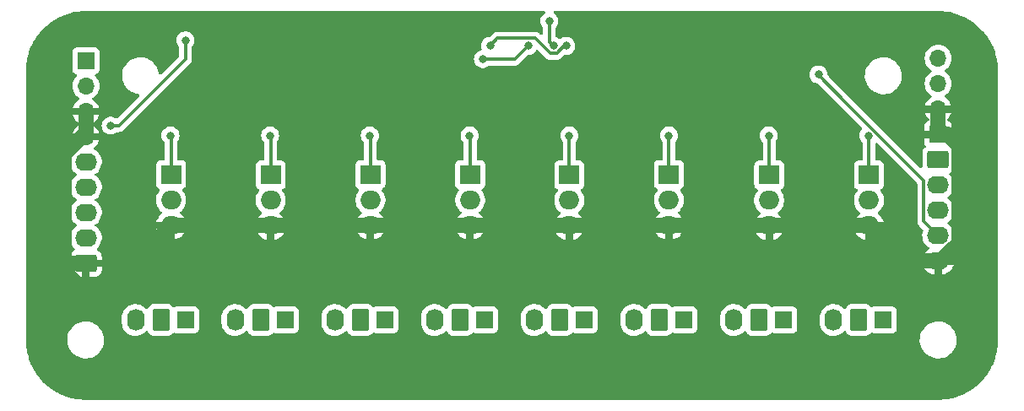
<source format=gbl>
G04 #@! TF.GenerationSoftware,KiCad,Pcbnew,7.0.1*
G04 #@! TF.CreationDate,2023-08-26T14:00:19-05:00*
G04 #@! TF.ProjectId,Shift Register Mosfet Array V2,53686966-7420-4526-9567-697374657220,rev?*
G04 #@! TF.SameCoordinates,Original*
G04 #@! TF.FileFunction,Copper,L2,Bot*
G04 #@! TF.FilePolarity,Positive*
%FSLAX46Y46*%
G04 Gerber Fmt 4.6, Leading zero omitted, Abs format (unit mm)*
G04 Created by KiCad (PCBNEW 7.0.1) date 2023-08-26 14:00:19*
%MOMM*%
%LPD*%
G01*
G04 APERTURE LIST*
G04 Aperture macros list*
%AMRoundRect*
0 Rectangle with rounded corners*
0 $1 Rounding radius*
0 $2 $3 $4 $5 $6 $7 $8 $9 X,Y pos of 4 corners*
0 Add a 4 corners polygon primitive as box body*
4,1,4,$2,$3,$4,$5,$6,$7,$8,$9,$2,$3,0*
0 Add four circle primitives for the rounded corners*
1,1,$1+$1,$2,$3*
1,1,$1+$1,$4,$5*
1,1,$1+$1,$6,$7*
1,1,$1+$1,$8,$9*
0 Add four rect primitives between the rounded corners*
20,1,$1+$1,$2,$3,$4,$5,0*
20,1,$1+$1,$4,$5,$6,$7,0*
20,1,$1+$1,$6,$7,$8,$9,0*
20,1,$1+$1,$8,$9,$2,$3,0*%
G04 Aperture macros list end*
G04 #@! TA.AperFunction,ComponentPad*
%ADD10O,1.700000X1.700000*%
G04 #@! TD*
G04 #@! TA.AperFunction,ComponentPad*
%ADD11R,1.700000X1.700000*%
G04 #@! TD*
G04 #@! TA.AperFunction,ComponentPad*
%ADD12RoundRect,0.250000X-0.845000X0.620000X-0.845000X-0.620000X0.845000X-0.620000X0.845000X0.620000X0*%
G04 #@! TD*
G04 #@! TA.AperFunction,ComponentPad*
%ADD13O,2.190000X1.740000*%
G04 #@! TD*
G04 #@! TA.AperFunction,ComponentPad*
%ADD14RoundRect,0.250000X0.620000X0.845000X-0.620000X0.845000X-0.620000X-0.845000X0.620000X-0.845000X0*%
G04 #@! TD*
G04 #@! TA.AperFunction,ComponentPad*
%ADD15O,1.740000X2.190000*%
G04 #@! TD*
G04 #@! TA.AperFunction,ComponentPad*
%ADD16R,2.000000X1.905000*%
G04 #@! TD*
G04 #@! TA.AperFunction,ComponentPad*
%ADD17O,2.000000X1.905000*%
G04 #@! TD*
G04 #@! TA.AperFunction,ComponentPad*
%ADD18RoundRect,0.250000X0.845000X-0.620000X0.845000X0.620000X-0.845000X0.620000X-0.845000X-0.620000X0*%
G04 #@! TD*
G04 #@! TA.AperFunction,ViaPad*
%ADD19C,0.800000*%
G04 #@! TD*
G04 #@! TA.AperFunction,Conductor*
%ADD20C,1.500000*%
G04 #@! TD*
G04 #@! TA.AperFunction,Conductor*
%ADD21C,0.300000*%
G04 #@! TD*
G04 APERTURE END LIST*
D10*
X154000000Y-88760000D03*
X154000000Y-91300000D03*
X154000000Y-93840000D03*
D11*
X154000000Y-96380000D03*
D12*
X154000000Y-98920000D03*
D13*
X154000000Y-101460000D03*
X154000000Y-104000000D03*
X154000000Y-106540000D03*
X154000000Y-109080000D03*
D14*
X146040000Y-115000000D03*
D15*
X143500000Y-115000000D03*
D16*
X107055000Y-100420000D03*
D17*
X107055000Y-102960000D03*
X107055000Y-105500000D03*
D16*
X117000000Y-100460000D03*
D17*
X117000000Y-103000000D03*
X117000000Y-105540000D03*
D11*
X128500000Y-115000000D03*
D16*
X87055000Y-100460000D03*
D17*
X87055000Y-103000000D03*
X87055000Y-105540000D03*
D16*
X127000000Y-100420000D03*
D17*
X127000000Y-102960000D03*
X127000000Y-105500000D03*
D14*
X136040000Y-115000000D03*
D15*
X133500000Y-115000000D03*
D11*
X148500000Y-115000000D03*
X88500000Y-115000000D03*
D18*
X68520000Y-109310000D03*
D13*
X68520000Y-106770000D03*
X68520000Y-104230000D03*
X68520000Y-101690000D03*
X68520000Y-99150000D03*
D14*
X116040000Y-115000000D03*
D15*
X113500000Y-115000000D03*
D11*
X78500000Y-115000000D03*
D14*
X76040000Y-115000000D03*
D15*
X73500000Y-115000000D03*
D16*
X147055000Y-100460000D03*
D17*
X147055000Y-103000000D03*
X147055000Y-105540000D03*
D11*
X108500000Y-115000000D03*
D14*
X126040000Y-115000000D03*
D15*
X123500000Y-115000000D03*
D11*
X118500000Y-115000000D03*
D16*
X137055000Y-100460000D03*
D17*
X137055000Y-103000000D03*
X137055000Y-105540000D03*
D14*
X106040000Y-115000000D03*
D15*
X103500000Y-115000000D03*
D16*
X97055000Y-100420000D03*
D17*
X97055000Y-102960000D03*
X97055000Y-105500000D03*
D14*
X86040000Y-115000000D03*
D15*
X83500000Y-115000000D03*
D11*
X138500000Y-115000000D03*
D16*
X77055000Y-100420000D03*
D17*
X77055000Y-102960000D03*
X77055000Y-105500000D03*
D14*
X96040000Y-115000000D03*
D15*
X93500000Y-115000000D03*
D11*
X98500000Y-115000000D03*
X68520000Y-88990000D03*
D10*
X68520000Y-91530000D03*
X68520000Y-94070000D03*
X68520000Y-96610000D03*
D19*
X106500000Y-89500000D03*
X118000000Y-92500000D03*
X116675000Y-87500000D03*
X109055000Y-87500000D03*
X108338577Y-88838576D03*
X142000000Y-90375500D03*
X78500000Y-86940500D03*
X71000000Y-95500000D03*
X115405000Y-87500000D03*
X115000000Y-85000000D03*
X87000000Y-96500000D03*
X97000000Y-96500000D03*
X107000000Y-96500000D03*
X117000000Y-96500000D03*
X127000000Y-96500000D03*
X147000000Y-96500000D03*
X77000000Y-96500000D03*
X137000000Y-96500000D03*
X112865000Y-87500000D03*
D20*
X154000000Y-96380000D02*
X154000000Y-93840000D01*
X154880000Y-96380000D02*
X154000000Y-96380000D01*
X156045000Y-97545000D02*
X154880000Y-96380000D01*
X156045000Y-107293869D02*
X156045000Y-97545000D01*
X154258869Y-109080000D02*
X156045000Y-107293869D01*
X154000000Y-109080000D02*
X154258869Y-109080000D01*
D21*
X115750000Y-88250000D02*
X116500000Y-87500000D01*
X115094339Y-88250000D02*
X115750000Y-88250000D01*
X113594339Y-86750000D02*
X115094339Y-88250000D01*
X109805000Y-86750000D02*
X113594339Y-86750000D01*
X109055000Y-87500000D02*
X109805000Y-86750000D01*
X108338577Y-88838576D02*
X111526424Y-88838576D01*
X111526424Y-88838576D02*
X112865000Y-87500000D01*
X142000000Y-90439339D02*
X142000000Y-90375500D01*
X144760661Y-93200000D02*
X142000000Y-90439339D01*
X144760661Y-93200000D02*
X152555000Y-100994339D01*
D20*
X150595000Y-109080000D02*
X154000000Y-109080000D01*
X147055000Y-105540000D02*
X150595000Y-109080000D01*
D21*
X152555000Y-105095000D02*
X154000000Y-106540000D01*
X152555000Y-100994339D02*
X152555000Y-105095000D01*
D20*
X97055000Y-105500000D02*
X107055000Y-105500000D01*
X126960000Y-105540000D02*
X127000000Y-105500000D01*
X68520000Y-111850000D02*
X68119710Y-111850000D01*
X68520000Y-111850000D02*
X70705000Y-111850000D01*
X66375000Y-110105290D02*
X67170290Y-109310000D01*
X77055000Y-105500000D02*
X87015000Y-105500000D01*
X87015000Y-105500000D02*
X87055000Y-105540000D01*
X117000000Y-105540000D02*
X126960000Y-105540000D01*
X68119710Y-111850000D02*
X66375000Y-110105290D01*
X107055000Y-105500000D02*
X116960000Y-105500000D01*
X67170290Y-109310000D02*
X68520000Y-109310000D01*
X68520000Y-94070000D02*
X68520000Y-96610000D01*
X137055000Y-105540000D02*
X147055000Y-105540000D01*
X70705000Y-111850000D02*
X77055000Y-105500000D01*
X66375000Y-98354710D02*
X68119710Y-96610000D01*
X116960000Y-105500000D02*
X117000000Y-105540000D01*
X66375000Y-110105290D02*
X66375000Y-98354710D01*
X137015000Y-105500000D02*
X137055000Y-105540000D01*
X127000000Y-105500000D02*
X137015000Y-105500000D01*
X97015000Y-105540000D02*
X97055000Y-105500000D01*
X87055000Y-105540000D02*
X97015000Y-105540000D01*
X68119710Y-96610000D02*
X68520000Y-96610000D01*
D21*
X71000000Y-95500000D02*
X71828427Y-95500000D01*
X78500000Y-88828427D02*
X78500000Y-86940500D01*
X71828427Y-95500000D02*
X78500000Y-88828427D01*
X115000000Y-87095000D02*
X115405000Y-87500000D01*
X115000000Y-85000000D02*
X115000000Y-87095000D01*
X87055000Y-96555000D02*
X87000000Y-96500000D01*
X87055000Y-100460000D02*
X87055000Y-96555000D01*
X97055000Y-96555000D02*
X97000000Y-96500000D01*
X97055000Y-100420000D02*
X97055000Y-96555000D01*
X107055000Y-96555000D02*
X107000000Y-96500000D01*
X107055000Y-100420000D02*
X107055000Y-96555000D01*
X117000000Y-100460000D02*
X117000000Y-96500000D01*
X127000000Y-100420000D02*
X127000000Y-96500000D01*
X147055000Y-100460000D02*
X147055000Y-96555000D01*
X147055000Y-96555000D02*
X147000000Y-96500000D01*
X77055000Y-100420000D02*
X77055000Y-96555000D01*
X77055000Y-96555000D02*
X77000000Y-96500000D01*
X137055000Y-96555000D02*
X137000000Y-96500000D01*
X137055000Y-100460000D02*
X137055000Y-96555000D01*
G04 #@! TA.AperFunction,Conductor*
G36*
X114521776Y-84015838D02*
G01*
X114566736Y-84058058D01*
X114585794Y-84116714D01*
X114574238Y-84177297D01*
X114534924Y-84224818D01*
X114394129Y-84327110D01*
X114267466Y-84467783D01*
X114172820Y-84631715D01*
X114114326Y-84811742D01*
X114094540Y-85000000D01*
X114114326Y-85188257D01*
X114172820Y-85368284D01*
X114267464Y-85532213D01*
X114267467Y-85532216D01*
X114317651Y-85587951D01*
X114341264Y-85626484D01*
X114349500Y-85670922D01*
X114349500Y-86285853D01*
X114335985Y-86342148D01*
X114298385Y-86386171D01*
X114244898Y-86408326D01*
X114187182Y-86403784D01*
X114137819Y-86373534D01*
X114114773Y-86350488D01*
X114101430Y-86333833D01*
X114048505Y-86284134D01*
X114045708Y-86281423D01*
X114025373Y-86261088D01*
X114021886Y-86258383D01*
X114013010Y-86250801D01*
X113979733Y-86219552D01*
X113961132Y-86209326D01*
X113944871Y-86198645D01*
X113928103Y-86185638D01*
X113904516Y-86175431D01*
X113886208Y-86167508D01*
X113875718Y-86162369D01*
X113835706Y-86140372D01*
X113815139Y-86135091D01*
X113796737Y-86128791D01*
X113777263Y-86120364D01*
X113732176Y-86113223D01*
X113720737Y-86110854D01*
X113676517Y-86099500D01*
X113676516Y-86099500D01*
X113655294Y-86099500D01*
X113635895Y-86097973D01*
X113614935Y-86094653D01*
X113614934Y-86094653D01*
X113592897Y-86096736D01*
X113569478Y-86098950D01*
X113557809Y-86099500D01*
X109890504Y-86099500D01*
X109869294Y-86097158D01*
X109796737Y-86099439D01*
X109792842Y-86099500D01*
X109764071Y-86099500D01*
X109759690Y-86100053D01*
X109748059Y-86100968D01*
X109702428Y-86102402D01*
X109682052Y-86108322D01*
X109663006Y-86112267D01*
X109641939Y-86114928D01*
X109599492Y-86131734D01*
X109588445Y-86135516D01*
X109544601Y-86148255D01*
X109526330Y-86159060D01*
X109508864Y-86167617D01*
X109489129Y-86175431D01*
X109452202Y-86202260D01*
X109442442Y-86208671D01*
X109403136Y-86231917D01*
X109388125Y-86246928D01*
X109373336Y-86259558D01*
X109356163Y-86272035D01*
X109327057Y-86307218D01*
X109319196Y-86315857D01*
X109071873Y-86563181D01*
X109031645Y-86590061D01*
X108984192Y-86599500D01*
X108960352Y-86599500D01*
X108775197Y-86638855D01*
X108602269Y-86715848D01*
X108449129Y-86827110D01*
X108322466Y-86967783D01*
X108227820Y-87131715D01*
X108169326Y-87311742D01*
X108149540Y-87500000D01*
X108169326Y-87688259D01*
X108207516Y-87805795D01*
X108209902Y-87874111D01*
X108175723Y-87933310D01*
X108115367Y-87965402D01*
X108058773Y-87977431D01*
X107885846Y-88054424D01*
X107732706Y-88165686D01*
X107606043Y-88306359D01*
X107511397Y-88470291D01*
X107452903Y-88650318D01*
X107433117Y-88838576D01*
X107452903Y-89026833D01*
X107511397Y-89206860D01*
X107606043Y-89370792D01*
X107732706Y-89511465D01*
X107885846Y-89622727D01*
X108058774Y-89699720D01*
X108243929Y-89739076D01*
X108243931Y-89739076D01*
X108433223Y-89739076D01*
X108433225Y-89739076D01*
X108556661Y-89712838D01*
X108618380Y-89699720D01*
X108791307Y-89622727D01*
X108942669Y-89512756D01*
X108977234Y-89495145D01*
X109015552Y-89489076D01*
X111440919Y-89489076D01*
X111462128Y-89491417D01*
X111464718Y-89491335D01*
X111464720Y-89491336D01*
X111534686Y-89489136D01*
X111538581Y-89489076D01*
X111567344Y-89489076D01*
X111567349Y-89489076D01*
X111571726Y-89488522D01*
X111583365Y-89487606D01*
X111628993Y-89486173D01*
X111649373Y-89480251D01*
X111668413Y-89476308D01*
X111689482Y-89473647D01*
X111731944Y-89456834D01*
X111742981Y-89453056D01*
X111786822Y-89440320D01*
X111805094Y-89429512D01*
X111822560Y-89420956D01*
X111842295Y-89413144D01*
X111879240Y-89386301D01*
X111888972Y-89379908D01*
X111928289Y-89356657D01*
X111943298Y-89341647D01*
X111958087Y-89329015D01*
X111975261Y-89316539D01*
X112004370Y-89281350D01*
X112012214Y-89272730D01*
X112848126Y-88436819D01*
X112888355Y-88409939D01*
X112935808Y-88400500D01*
X112959648Y-88400500D01*
X113103303Y-88369965D01*
X113144803Y-88361144D01*
X113317730Y-88284151D01*
X113317730Y-88284150D01*
X113470870Y-88172889D01*
X113597532Y-88032217D01*
X113629163Y-87977431D01*
X113648164Y-87944519D01*
X113686660Y-87903418D01*
X113739365Y-87883581D01*
X113795409Y-87889101D01*
X113843232Y-87918839D01*
X114573903Y-88649510D01*
X114587251Y-88666169D01*
X114640170Y-88715864D01*
X114642967Y-88718575D01*
X114663300Y-88738908D01*
X114666781Y-88741608D01*
X114675664Y-88749194D01*
X114708946Y-88780448D01*
X114719590Y-88786299D01*
X114727543Y-88790672D01*
X114743803Y-88801352D01*
X114760575Y-88814362D01*
X114802479Y-88832495D01*
X114812959Y-88837629D01*
X114852971Y-88859627D01*
X114873534Y-88864906D01*
X114891937Y-88871207D01*
X114911412Y-88879635D01*
X114956514Y-88886778D01*
X114967909Y-88889137D01*
X115012162Y-88900500D01*
X115033390Y-88900500D01*
X115052788Y-88902026D01*
X115073744Y-88905346D01*
X115119190Y-88901050D01*
X115130860Y-88900500D01*
X115664495Y-88900500D01*
X115685704Y-88902841D01*
X115688294Y-88902759D01*
X115688296Y-88902760D01*
X115758262Y-88900560D01*
X115762157Y-88900500D01*
X115790920Y-88900500D01*
X115790925Y-88900500D01*
X115795302Y-88899946D01*
X115806941Y-88899030D01*
X115852569Y-88897597D01*
X115872949Y-88891675D01*
X115891989Y-88887732D01*
X115913058Y-88885071D01*
X115955520Y-88868258D01*
X115966557Y-88864480D01*
X116010398Y-88851744D01*
X116028670Y-88840936D01*
X116046136Y-88832380D01*
X116065871Y-88824568D01*
X116102816Y-88797725D01*
X116112548Y-88791332D01*
X116151865Y-88768081D01*
X116166874Y-88753071D01*
X116181663Y-88740439D01*
X116198837Y-88727963D01*
X116227946Y-88692774D01*
X116235790Y-88684154D01*
X116483126Y-88436818D01*
X116523354Y-88409939D01*
X116570807Y-88400500D01*
X116769648Y-88400500D01*
X116913303Y-88369965D01*
X116954803Y-88361144D01*
X117127730Y-88284151D01*
X117127730Y-88284150D01*
X117280870Y-88172889D01*
X117407533Y-88032216D01*
X117502179Y-87868284D01*
X117530067Y-87782454D01*
X117560674Y-87688256D01*
X117580460Y-87500000D01*
X117560674Y-87311744D01*
X117502179Y-87131716D01*
X117502179Y-87131715D01*
X117407533Y-86967783D01*
X117280870Y-86827110D01*
X117127730Y-86715848D01*
X116954802Y-86638855D01*
X116769648Y-86599500D01*
X116769646Y-86599500D01*
X116580354Y-86599500D01*
X116580352Y-86599500D01*
X116395197Y-86638855D01*
X116222269Y-86715848D01*
X116112885Y-86795320D01*
X116065781Y-86816292D01*
X116014219Y-86816292D01*
X115967115Y-86795320D01*
X115857732Y-86715849D01*
X115724065Y-86656337D01*
X115685302Y-86629195D01*
X115659529Y-86589508D01*
X115650500Y-86543057D01*
X115650500Y-85670922D01*
X115658736Y-85626484D01*
X115682348Y-85587951D01*
X115732533Y-85532216D01*
X115746610Y-85507835D01*
X115827179Y-85368284D01*
X115854542Y-85284070D01*
X115885674Y-85188256D01*
X115905460Y-85000000D01*
X115885674Y-84811744D01*
X115855332Y-84718363D01*
X115827179Y-84631715D01*
X115732533Y-84467783D01*
X115605870Y-84327110D01*
X115465076Y-84224818D01*
X115425762Y-84177297D01*
X115414206Y-84116714D01*
X115433264Y-84058058D01*
X115478224Y-84015838D01*
X115537961Y-84000500D01*
X153997575Y-84000500D01*
X154002442Y-84000596D01*
X154008703Y-84000841D01*
X154241171Y-84009975D01*
X154241419Y-84010051D01*
X154241420Y-84009985D01*
X154241531Y-84009989D01*
X154472173Y-84019529D01*
X154481571Y-84020278D01*
X154723187Y-84048876D01*
X154952341Y-84077440D01*
X154961183Y-84078870D01*
X155199560Y-84126286D01*
X155200339Y-84126445D01*
X155426298Y-84173824D01*
X155434444Y-84175824D01*
X155668182Y-84241745D01*
X155669753Y-84242200D01*
X155890895Y-84308037D01*
X155898400Y-84310535D01*
X156126259Y-84394597D01*
X156128273Y-84395362D01*
X156343145Y-84479205D01*
X156349963Y-84482104D01*
X156570464Y-84583756D01*
X156572903Y-84584914D01*
X156780180Y-84686245D01*
X156786241Y-84689421D01*
X156998057Y-84808044D01*
X157000853Y-84809659D01*
X157199040Y-84927753D01*
X157204420Y-84931150D01*
X157406284Y-85066031D01*
X157409373Y-85068166D01*
X157597098Y-85202199D01*
X157601768Y-85205704D01*
X157680682Y-85267914D01*
X157792387Y-85355976D01*
X157795748Y-85358722D01*
X157971759Y-85507796D01*
X157975764Y-85511341D01*
X158153973Y-85676076D01*
X158157483Y-85679451D01*
X158320547Y-85842515D01*
X158323922Y-85846025D01*
X158488657Y-86024234D01*
X158492208Y-86028246D01*
X158587174Y-86140372D01*
X158641266Y-86204238D01*
X158644022Y-86207611D01*
X158794285Y-86398218D01*
X158797810Y-86402915D01*
X158931814Y-86590599D01*
X158933982Y-86593737D01*
X159068845Y-86795574D01*
X159072259Y-86800980D01*
X159171652Y-86967783D01*
X159190298Y-86999074D01*
X159191964Y-87001959D01*
X159310559Y-87213724D01*
X159313771Y-87219853D01*
X159415059Y-87427042D01*
X159416268Y-87429589D01*
X159517890Y-87650026D01*
X159520797Y-87656864D01*
X159604608Y-87871653D01*
X159605427Y-87873809D01*
X159689457Y-88101582D01*
X159691966Y-88109119D01*
X159757777Y-88330173D01*
X159758276Y-88331896D01*
X159824166Y-88565524D01*
X159826183Y-88573736D01*
X159873506Y-88799430D01*
X159873762Y-88800686D01*
X159921127Y-89038810D01*
X159922558Y-89047662D01*
X159951095Y-89276588D01*
X159951187Y-89277352D01*
X159979717Y-89518401D01*
X159980471Y-89527852D01*
X159990014Y-89758577D01*
X159990024Y-89758833D01*
X159999404Y-89997557D01*
X159999500Y-90002425D01*
X159999500Y-116997575D01*
X159999404Y-117002444D01*
X159990024Y-117241167D01*
X159990014Y-117241422D01*
X159980471Y-117472146D01*
X159979717Y-117481597D01*
X159951195Y-117722577D01*
X159951103Y-117723340D01*
X159922558Y-117952335D01*
X159921127Y-117961188D01*
X159873762Y-118199312D01*
X159873506Y-118200568D01*
X159826183Y-118426262D01*
X159824166Y-118434474D01*
X159758276Y-118668102D01*
X159757777Y-118669825D01*
X159691966Y-118890879D01*
X159689457Y-118898416D01*
X159605427Y-119126189D01*
X159604608Y-119128345D01*
X159520797Y-119343134D01*
X159517890Y-119349972D01*
X159416268Y-119570409D01*
X159415059Y-119572956D01*
X159313771Y-119780145D01*
X159310559Y-119786274D01*
X159191964Y-119998039D01*
X159190298Y-120000924D01*
X159072266Y-120199007D01*
X159068845Y-120204424D01*
X158933982Y-120406261D01*
X158931797Y-120409424D01*
X158797823Y-120597066D01*
X158794285Y-120601780D01*
X158644022Y-120792387D01*
X158641266Y-120795760D01*
X158492224Y-120971734D01*
X158488657Y-120975764D01*
X158323922Y-121153973D01*
X158320547Y-121157483D01*
X158157483Y-121320547D01*
X158153973Y-121323922D01*
X157975764Y-121488657D01*
X157971734Y-121492224D01*
X157795760Y-121641266D01*
X157792387Y-121644022D01*
X157601780Y-121794285D01*
X157597066Y-121797823D01*
X157409424Y-121931797D01*
X157406261Y-121933982D01*
X157204424Y-122068845D01*
X157199007Y-122072266D01*
X157000924Y-122190298D01*
X156998039Y-122191964D01*
X156786274Y-122310559D01*
X156780145Y-122313771D01*
X156572956Y-122415059D01*
X156570409Y-122416268D01*
X156349972Y-122517890D01*
X156343134Y-122520797D01*
X156128345Y-122604608D01*
X156126189Y-122605427D01*
X155898416Y-122689457D01*
X155890879Y-122691966D01*
X155669825Y-122757777D01*
X155668102Y-122758276D01*
X155434474Y-122824166D01*
X155426262Y-122826183D01*
X155200568Y-122873506D01*
X155199312Y-122873762D01*
X154961188Y-122921127D01*
X154952335Y-122922558D01*
X154723340Y-122951103D01*
X154722577Y-122951195D01*
X154481597Y-122979717D01*
X154472146Y-122980471D01*
X154241422Y-122990014D01*
X154241167Y-122990024D01*
X154009467Y-122999128D01*
X154002442Y-122999404D01*
X153997575Y-122999500D01*
X68502425Y-122999500D01*
X68497557Y-122999404D01*
X68258832Y-122990024D01*
X68258579Y-122989946D01*
X68258577Y-122990014D01*
X68027852Y-122980471D01*
X68018401Y-122979717D01*
X67777421Y-122951195D01*
X67776658Y-122951103D01*
X67547663Y-122922558D01*
X67538810Y-122921127D01*
X67300686Y-122873762D01*
X67299430Y-122873506D01*
X67073736Y-122826183D01*
X67065524Y-122824166D01*
X66831896Y-122758276D01*
X66830173Y-122757777D01*
X66609119Y-122691966D01*
X66601582Y-122689457D01*
X66373809Y-122605427D01*
X66371653Y-122604608D01*
X66156864Y-122520797D01*
X66150026Y-122517890D01*
X65929589Y-122416268D01*
X65927042Y-122415059D01*
X65719853Y-122313771D01*
X65713732Y-122310563D01*
X65586754Y-122239452D01*
X65501959Y-122191964D01*
X65499100Y-122190313D01*
X65300980Y-122072259D01*
X65295574Y-122068845D01*
X65093737Y-121933982D01*
X65090599Y-121931814D01*
X64902915Y-121797810D01*
X64898218Y-121794285D01*
X64707611Y-121644022D01*
X64704238Y-121641266D01*
X64528246Y-121492208D01*
X64524234Y-121488657D01*
X64346025Y-121323922D01*
X64342515Y-121320547D01*
X64179451Y-121157483D01*
X64176076Y-121153973D01*
X64011341Y-120975764D01*
X64007796Y-120971759D01*
X63858722Y-120795748D01*
X63855976Y-120792387D01*
X63705713Y-120601780D01*
X63702199Y-120597098D01*
X63568166Y-120409373D01*
X63566031Y-120406284D01*
X63431150Y-120204420D01*
X63427753Y-120199040D01*
X63309659Y-120000853D01*
X63308034Y-119998039D01*
X63189421Y-119786241D01*
X63186245Y-119780180D01*
X63084914Y-119572903D01*
X63083756Y-119570464D01*
X62982104Y-119349963D01*
X62979201Y-119343134D01*
X62895362Y-119128273D01*
X62894597Y-119126259D01*
X62810535Y-118898400D01*
X62808037Y-118890895D01*
X62742200Y-118669753D01*
X62741745Y-118668182D01*
X62675824Y-118434444D01*
X62673824Y-118426298D01*
X62626445Y-118200339D01*
X62626286Y-118199560D01*
X62578870Y-117961183D01*
X62577440Y-117952335D01*
X62548876Y-117723187D01*
X62520278Y-117481571D01*
X62519529Y-117472173D01*
X62509975Y-117241166D01*
X62503162Y-117067764D01*
X66645787Y-117067764D01*
X66675413Y-117337016D01*
X66675414Y-117337018D01*
X66743928Y-117599088D01*
X66797720Y-117725670D01*
X66849871Y-117848392D01*
X66990982Y-118079611D01*
X67164253Y-118287818D01*
X67164255Y-118287820D01*
X67365998Y-118468582D01*
X67591910Y-118618044D01*
X67698211Y-118667875D01*
X67837177Y-118733021D01*
X68096562Y-118811058D01*
X68096569Y-118811060D01*
X68364561Y-118850500D01*
X68567631Y-118850500D01*
X68567634Y-118850500D01*
X68770156Y-118835677D01*
X68770155Y-118835677D01*
X69034553Y-118776780D01*
X69287558Y-118680014D01*
X69523777Y-118547441D01*
X69738177Y-118381888D01*
X69926186Y-118186881D01*
X70083799Y-117966579D01*
X70207656Y-117725675D01*
X70295118Y-117469305D01*
X70344319Y-117202933D01*
X70349259Y-117067764D01*
X152145787Y-117067764D01*
X152175413Y-117337016D01*
X152175414Y-117337018D01*
X152243928Y-117599088D01*
X152297720Y-117725670D01*
X152349871Y-117848392D01*
X152490982Y-118079611D01*
X152664253Y-118287818D01*
X152664255Y-118287820D01*
X152865998Y-118468582D01*
X153091910Y-118618044D01*
X153198211Y-118667875D01*
X153337177Y-118733021D01*
X153596562Y-118811058D01*
X153596569Y-118811060D01*
X153864561Y-118850500D01*
X154067631Y-118850500D01*
X154067634Y-118850500D01*
X154270156Y-118835677D01*
X154270155Y-118835677D01*
X154534553Y-118776780D01*
X154787558Y-118680014D01*
X155023777Y-118547441D01*
X155238177Y-118381888D01*
X155426186Y-118186881D01*
X155583799Y-117966579D01*
X155707656Y-117725675D01*
X155795118Y-117469305D01*
X155844319Y-117202933D01*
X155854212Y-116932235D01*
X155824586Y-116662982D01*
X155756072Y-116400912D01*
X155650130Y-116151610D01*
X155509018Y-115920390D01*
X155509017Y-115920388D01*
X155335746Y-115712181D01*
X155303422Y-115683219D01*
X155134002Y-115531418D01*
X154908090Y-115381956D01*
X154908086Y-115381954D01*
X154662822Y-115266978D01*
X154403437Y-115188941D01*
X154403431Y-115188940D01*
X154135439Y-115149500D01*
X153932369Y-115149500D01*
X153932366Y-115149500D01*
X153729843Y-115164322D01*
X153465449Y-115223219D01*
X153212441Y-115319986D01*
X152976223Y-115452559D01*
X152761825Y-115618109D01*
X152573813Y-115813120D01*
X152416201Y-116033420D01*
X152292342Y-116274329D01*
X152204881Y-116530695D01*
X152155680Y-116797066D01*
X152145787Y-117067764D01*
X70349259Y-117067764D01*
X70354212Y-116932235D01*
X70324586Y-116662982D01*
X70256072Y-116400912D01*
X70150130Y-116151610D01*
X70009018Y-115920390D01*
X70009017Y-115920388D01*
X69835746Y-115712181D01*
X69803422Y-115683219D01*
X69634002Y-115531418D01*
X69408090Y-115381956D01*
X69408086Y-115381954D01*
X69197469Y-115283220D01*
X72129500Y-115283220D01*
X72144329Y-115457451D01*
X72203114Y-115683220D01*
X72299207Y-115895801D01*
X72392222Y-116033421D01*
X72429847Y-116089088D01*
X72591272Y-116257516D01*
X72778839Y-116396240D01*
X72987153Y-116501270D01*
X73210220Y-116569583D01*
X73441624Y-116599216D01*
X73674707Y-116589314D01*
X73902765Y-116540164D01*
X74119235Y-116453179D01*
X74317891Y-116330862D01*
X74493018Y-116176731D01*
X74524911Y-116137231D01*
X74578178Y-116098902D01*
X74643547Y-116093126D01*
X74702710Y-116121521D01*
X74724344Y-116153993D01*
X74727578Y-116151999D01*
X74735185Y-116164333D01*
X74735186Y-116164334D01*
X74755818Y-116197785D01*
X74827288Y-116313657D01*
X74951342Y-116437711D01*
X74976420Y-116453179D01*
X75100666Y-116529814D01*
X75212016Y-116566712D01*
X75267202Y-116584999D01*
X75277703Y-116586071D01*
X75369991Y-116595500D01*
X76710008Y-116595499D01*
X76812797Y-116584999D01*
X76979334Y-116529814D01*
X77128656Y-116437712D01*
X77252712Y-116313656D01*
X77252715Y-116313650D01*
X77254431Y-116311935D01*
X77304357Y-116281504D01*
X77362678Y-116277333D01*
X77390359Y-116289187D01*
X77390965Y-116287565D01*
X77407666Y-116293794D01*
X77407669Y-116293796D01*
X77542517Y-116344091D01*
X77602127Y-116350500D01*
X79397872Y-116350499D01*
X79457483Y-116344091D01*
X79592331Y-116293796D01*
X79707546Y-116207546D01*
X79793796Y-116092331D01*
X79844091Y-115957483D01*
X79850500Y-115897873D01*
X79850500Y-115283220D01*
X82129500Y-115283220D01*
X82144329Y-115457451D01*
X82203114Y-115683220D01*
X82299207Y-115895801D01*
X82392222Y-116033421D01*
X82429847Y-116089088D01*
X82591272Y-116257516D01*
X82778839Y-116396240D01*
X82987153Y-116501270D01*
X83210220Y-116569583D01*
X83441624Y-116599216D01*
X83674707Y-116589314D01*
X83902765Y-116540164D01*
X84119235Y-116453179D01*
X84317891Y-116330862D01*
X84493018Y-116176731D01*
X84524911Y-116137231D01*
X84578178Y-116098902D01*
X84643547Y-116093126D01*
X84702710Y-116121521D01*
X84724344Y-116153993D01*
X84727578Y-116151999D01*
X84735185Y-116164333D01*
X84735186Y-116164334D01*
X84755818Y-116197785D01*
X84827288Y-116313657D01*
X84951342Y-116437711D01*
X84976420Y-116453179D01*
X85100666Y-116529814D01*
X85212016Y-116566712D01*
X85267202Y-116584999D01*
X85277703Y-116586071D01*
X85369991Y-116595500D01*
X86710008Y-116595499D01*
X86812797Y-116584999D01*
X86979334Y-116529814D01*
X87128656Y-116437712D01*
X87252712Y-116313656D01*
X87252715Y-116313650D01*
X87254431Y-116311935D01*
X87304357Y-116281504D01*
X87362678Y-116277333D01*
X87390359Y-116289187D01*
X87390965Y-116287565D01*
X87407666Y-116293794D01*
X87407669Y-116293796D01*
X87542517Y-116344091D01*
X87602127Y-116350500D01*
X89397872Y-116350499D01*
X89457483Y-116344091D01*
X89592331Y-116293796D01*
X89707546Y-116207546D01*
X89793796Y-116092331D01*
X89844091Y-115957483D01*
X89850500Y-115897873D01*
X89850500Y-115283220D01*
X92129500Y-115283220D01*
X92144329Y-115457451D01*
X92203114Y-115683220D01*
X92299207Y-115895801D01*
X92392222Y-116033421D01*
X92429847Y-116089088D01*
X92591272Y-116257516D01*
X92778839Y-116396240D01*
X92987153Y-116501270D01*
X93210220Y-116569583D01*
X93441624Y-116599216D01*
X93674707Y-116589314D01*
X93902765Y-116540164D01*
X94119235Y-116453179D01*
X94317891Y-116330862D01*
X94493018Y-116176731D01*
X94524911Y-116137231D01*
X94578178Y-116098902D01*
X94643547Y-116093126D01*
X94702710Y-116121521D01*
X94724344Y-116153993D01*
X94727578Y-116151999D01*
X94735185Y-116164333D01*
X94735186Y-116164334D01*
X94755818Y-116197785D01*
X94827288Y-116313657D01*
X94951342Y-116437711D01*
X94976420Y-116453179D01*
X95100666Y-116529814D01*
X95212016Y-116566712D01*
X95267202Y-116584999D01*
X95277703Y-116586071D01*
X95369991Y-116595500D01*
X96710008Y-116595499D01*
X96812797Y-116584999D01*
X96979334Y-116529814D01*
X97128656Y-116437712D01*
X97252712Y-116313656D01*
X97252715Y-116313650D01*
X97254431Y-116311935D01*
X97304357Y-116281504D01*
X97362678Y-116277333D01*
X97390359Y-116289187D01*
X97390965Y-116287565D01*
X97407666Y-116293794D01*
X97407669Y-116293796D01*
X97542517Y-116344091D01*
X97602127Y-116350500D01*
X99397872Y-116350499D01*
X99457483Y-116344091D01*
X99592331Y-116293796D01*
X99707546Y-116207546D01*
X99793796Y-116092331D01*
X99844091Y-115957483D01*
X99850500Y-115897873D01*
X99850500Y-115283220D01*
X102129500Y-115283220D01*
X102144329Y-115457451D01*
X102203114Y-115683220D01*
X102299207Y-115895801D01*
X102392222Y-116033421D01*
X102429847Y-116089088D01*
X102591272Y-116257516D01*
X102778839Y-116396240D01*
X102987153Y-116501270D01*
X103210220Y-116569583D01*
X103441624Y-116599216D01*
X103674707Y-116589314D01*
X103902765Y-116540164D01*
X104119235Y-116453179D01*
X104317891Y-116330862D01*
X104493018Y-116176731D01*
X104524911Y-116137231D01*
X104578178Y-116098902D01*
X104643547Y-116093126D01*
X104702710Y-116121521D01*
X104724344Y-116153993D01*
X104727578Y-116151999D01*
X104735185Y-116164333D01*
X104735186Y-116164334D01*
X104755818Y-116197785D01*
X104827288Y-116313657D01*
X104951342Y-116437711D01*
X104976420Y-116453179D01*
X105100666Y-116529814D01*
X105212016Y-116566712D01*
X105267202Y-116584999D01*
X105277703Y-116586071D01*
X105369991Y-116595500D01*
X106710008Y-116595499D01*
X106812797Y-116584999D01*
X106979334Y-116529814D01*
X107128656Y-116437712D01*
X107252712Y-116313656D01*
X107252715Y-116313650D01*
X107254431Y-116311935D01*
X107304357Y-116281504D01*
X107362678Y-116277333D01*
X107390359Y-116289187D01*
X107390965Y-116287565D01*
X107407666Y-116293794D01*
X107407669Y-116293796D01*
X107542517Y-116344091D01*
X107602127Y-116350500D01*
X109397872Y-116350499D01*
X109457483Y-116344091D01*
X109592331Y-116293796D01*
X109707546Y-116207546D01*
X109793796Y-116092331D01*
X109844091Y-115957483D01*
X109850500Y-115897873D01*
X109850500Y-115283220D01*
X112129500Y-115283220D01*
X112144329Y-115457451D01*
X112203114Y-115683220D01*
X112299207Y-115895801D01*
X112392222Y-116033421D01*
X112429847Y-116089088D01*
X112591272Y-116257516D01*
X112778839Y-116396240D01*
X112987153Y-116501270D01*
X113210220Y-116569583D01*
X113441624Y-116599216D01*
X113674707Y-116589314D01*
X113902765Y-116540164D01*
X114119235Y-116453179D01*
X114317891Y-116330862D01*
X114493018Y-116176731D01*
X114524911Y-116137231D01*
X114578178Y-116098902D01*
X114643547Y-116093126D01*
X114702710Y-116121521D01*
X114724344Y-116153993D01*
X114727578Y-116151999D01*
X114735185Y-116164333D01*
X114735186Y-116164334D01*
X114755818Y-116197785D01*
X114827288Y-116313657D01*
X114951342Y-116437711D01*
X114976420Y-116453179D01*
X115100666Y-116529814D01*
X115212016Y-116566712D01*
X115267202Y-116584999D01*
X115277703Y-116586071D01*
X115369991Y-116595500D01*
X116710008Y-116595499D01*
X116812797Y-116584999D01*
X116979334Y-116529814D01*
X117128656Y-116437712D01*
X117252712Y-116313656D01*
X117252715Y-116313650D01*
X117254431Y-116311935D01*
X117304357Y-116281504D01*
X117362678Y-116277333D01*
X117390359Y-116289187D01*
X117390965Y-116287565D01*
X117407666Y-116293794D01*
X117407669Y-116293796D01*
X117542517Y-116344091D01*
X117602127Y-116350500D01*
X119397872Y-116350499D01*
X119457483Y-116344091D01*
X119592331Y-116293796D01*
X119707546Y-116207546D01*
X119793796Y-116092331D01*
X119844091Y-115957483D01*
X119850500Y-115897873D01*
X119850500Y-115283220D01*
X122129500Y-115283220D01*
X122144329Y-115457451D01*
X122203114Y-115683220D01*
X122299207Y-115895801D01*
X122392222Y-116033421D01*
X122429847Y-116089088D01*
X122591272Y-116257516D01*
X122778839Y-116396240D01*
X122987153Y-116501270D01*
X123210220Y-116569583D01*
X123441624Y-116599216D01*
X123674707Y-116589314D01*
X123902765Y-116540164D01*
X124119235Y-116453179D01*
X124317891Y-116330862D01*
X124493018Y-116176731D01*
X124524911Y-116137231D01*
X124578178Y-116098902D01*
X124643547Y-116093126D01*
X124702710Y-116121521D01*
X124724344Y-116153993D01*
X124727578Y-116151999D01*
X124735185Y-116164333D01*
X124735186Y-116164334D01*
X124755818Y-116197785D01*
X124827288Y-116313657D01*
X124951342Y-116437711D01*
X124976420Y-116453179D01*
X125100666Y-116529814D01*
X125212016Y-116566712D01*
X125267202Y-116584999D01*
X125277703Y-116586071D01*
X125369991Y-116595500D01*
X126710008Y-116595499D01*
X126812797Y-116584999D01*
X126979334Y-116529814D01*
X127128656Y-116437712D01*
X127252712Y-116313656D01*
X127252715Y-116313650D01*
X127254431Y-116311935D01*
X127304357Y-116281504D01*
X127362678Y-116277333D01*
X127390359Y-116289187D01*
X127390965Y-116287565D01*
X127407666Y-116293794D01*
X127407669Y-116293796D01*
X127542517Y-116344091D01*
X127602127Y-116350500D01*
X129397872Y-116350499D01*
X129457483Y-116344091D01*
X129592331Y-116293796D01*
X129707546Y-116207546D01*
X129793796Y-116092331D01*
X129844091Y-115957483D01*
X129850500Y-115897873D01*
X129850500Y-115283220D01*
X132129500Y-115283220D01*
X132144329Y-115457451D01*
X132203114Y-115683220D01*
X132299207Y-115895801D01*
X132392222Y-116033421D01*
X132429847Y-116089088D01*
X132591272Y-116257516D01*
X132778839Y-116396240D01*
X132987153Y-116501270D01*
X133210220Y-116569583D01*
X133441624Y-116599216D01*
X133674707Y-116589314D01*
X133902765Y-116540164D01*
X134119235Y-116453179D01*
X134317891Y-116330862D01*
X134493018Y-116176731D01*
X134524911Y-116137231D01*
X134578178Y-116098902D01*
X134643547Y-116093126D01*
X134702710Y-116121521D01*
X134724344Y-116153993D01*
X134727578Y-116151999D01*
X134735185Y-116164333D01*
X134735186Y-116164334D01*
X134755818Y-116197785D01*
X134827288Y-116313657D01*
X134951342Y-116437711D01*
X134976420Y-116453179D01*
X135100666Y-116529814D01*
X135212016Y-116566712D01*
X135267202Y-116584999D01*
X135277703Y-116586071D01*
X135369991Y-116595500D01*
X136710008Y-116595499D01*
X136812797Y-116584999D01*
X136979334Y-116529814D01*
X137128656Y-116437712D01*
X137252712Y-116313656D01*
X137252715Y-116313650D01*
X137254431Y-116311935D01*
X137304357Y-116281504D01*
X137362678Y-116277333D01*
X137390359Y-116289187D01*
X137390965Y-116287565D01*
X137407666Y-116293794D01*
X137407669Y-116293796D01*
X137542517Y-116344091D01*
X137602127Y-116350500D01*
X139397872Y-116350499D01*
X139457483Y-116344091D01*
X139592331Y-116293796D01*
X139707546Y-116207546D01*
X139793796Y-116092331D01*
X139844091Y-115957483D01*
X139850500Y-115897873D01*
X139850500Y-115283220D01*
X142129500Y-115283220D01*
X142144329Y-115457451D01*
X142203114Y-115683220D01*
X142299207Y-115895801D01*
X142392222Y-116033421D01*
X142429847Y-116089088D01*
X142591272Y-116257516D01*
X142778839Y-116396240D01*
X142987153Y-116501270D01*
X143210220Y-116569583D01*
X143441624Y-116599216D01*
X143674707Y-116589314D01*
X143902765Y-116540164D01*
X144119235Y-116453179D01*
X144317891Y-116330862D01*
X144493018Y-116176731D01*
X144524911Y-116137231D01*
X144578178Y-116098902D01*
X144643547Y-116093126D01*
X144702710Y-116121521D01*
X144724344Y-116153993D01*
X144727578Y-116151999D01*
X144735185Y-116164333D01*
X144735186Y-116164334D01*
X144755818Y-116197785D01*
X144827288Y-116313657D01*
X144951342Y-116437711D01*
X144976420Y-116453179D01*
X145100666Y-116529814D01*
X145212016Y-116566712D01*
X145267202Y-116584999D01*
X145277703Y-116586071D01*
X145369991Y-116595500D01*
X146710008Y-116595499D01*
X146812797Y-116584999D01*
X146979334Y-116529814D01*
X147128656Y-116437712D01*
X147252712Y-116313656D01*
X147252715Y-116313650D01*
X147254431Y-116311935D01*
X147304357Y-116281504D01*
X147362678Y-116277333D01*
X147390359Y-116289187D01*
X147390965Y-116287565D01*
X147407666Y-116293794D01*
X147407669Y-116293796D01*
X147542517Y-116344091D01*
X147602127Y-116350500D01*
X149397872Y-116350499D01*
X149457483Y-116344091D01*
X149592331Y-116293796D01*
X149707546Y-116207546D01*
X149793796Y-116092331D01*
X149844091Y-115957483D01*
X149850500Y-115897873D01*
X149850499Y-114102128D01*
X149844091Y-114042517D01*
X149793796Y-113907669D01*
X149707546Y-113792454D01*
X149592331Y-113706204D01*
X149457483Y-113655909D01*
X149397873Y-113649500D01*
X149397869Y-113649500D01*
X147602130Y-113649500D01*
X147542515Y-113655909D01*
X147390964Y-113712434D01*
X147390358Y-113710810D01*
X147362669Y-113722666D01*
X147304353Y-113718493D01*
X147254432Y-113688063D01*
X147128657Y-113562288D01*
X146979334Y-113470186D01*
X146812797Y-113415000D01*
X146710009Y-113404500D01*
X145369991Y-113404500D01*
X145267203Y-113415000D01*
X145100665Y-113470186D01*
X144951342Y-113562288D01*
X144827288Y-113686342D01*
X144769960Y-113779288D01*
X144742833Y-113823269D01*
X144727578Y-113848001D01*
X144724637Y-113846187D01*
X144704574Y-113876978D01*
X144648605Y-113906047D01*
X144585576Y-113903825D01*
X144531792Y-113870887D01*
X144498035Y-113835666D01*
X144408728Y-113742484D01*
X144381932Y-113722666D01*
X144221161Y-113603760D01*
X144012847Y-113498730D01*
X143789780Y-113430417D01*
X143558376Y-113400784D01*
X143558372Y-113400784D01*
X143325295Y-113410685D01*
X143097232Y-113459836D01*
X142880768Y-113546819D01*
X142682107Y-113669139D01*
X142506980Y-113823270D01*
X142360423Y-114004776D01*
X142246645Y-114208448D01*
X142168925Y-114428418D01*
X142129500Y-114658351D01*
X142129500Y-115283220D01*
X139850500Y-115283220D01*
X139850499Y-114102128D01*
X139844091Y-114042517D01*
X139793796Y-113907669D01*
X139707546Y-113792454D01*
X139592331Y-113706204D01*
X139457483Y-113655909D01*
X139397873Y-113649500D01*
X139397869Y-113649500D01*
X137602130Y-113649500D01*
X137542515Y-113655909D01*
X137390964Y-113712434D01*
X137390358Y-113710810D01*
X137362669Y-113722666D01*
X137304353Y-113718493D01*
X137254432Y-113688063D01*
X137128657Y-113562288D01*
X136979334Y-113470186D01*
X136812797Y-113415000D01*
X136710009Y-113404500D01*
X135369991Y-113404500D01*
X135267203Y-113415000D01*
X135100665Y-113470186D01*
X134951342Y-113562288D01*
X134827288Y-113686342D01*
X134769960Y-113779288D01*
X134742833Y-113823269D01*
X134727578Y-113848001D01*
X134724637Y-113846187D01*
X134704574Y-113876978D01*
X134648605Y-113906047D01*
X134585576Y-113903825D01*
X134531792Y-113870887D01*
X134498035Y-113835666D01*
X134408728Y-113742484D01*
X134381932Y-113722666D01*
X134221161Y-113603760D01*
X134012847Y-113498730D01*
X133789780Y-113430417D01*
X133558376Y-113400784D01*
X133558372Y-113400784D01*
X133325295Y-113410685D01*
X133097232Y-113459836D01*
X132880768Y-113546819D01*
X132682107Y-113669139D01*
X132506980Y-113823270D01*
X132360423Y-114004776D01*
X132246645Y-114208448D01*
X132168925Y-114428418D01*
X132129500Y-114658351D01*
X132129500Y-115283220D01*
X129850500Y-115283220D01*
X129850499Y-114102128D01*
X129844091Y-114042517D01*
X129793796Y-113907669D01*
X129707546Y-113792454D01*
X129592331Y-113706204D01*
X129457483Y-113655909D01*
X129397873Y-113649500D01*
X129397869Y-113649500D01*
X127602130Y-113649500D01*
X127542515Y-113655909D01*
X127390964Y-113712434D01*
X127390358Y-113710810D01*
X127362669Y-113722666D01*
X127304353Y-113718493D01*
X127254432Y-113688063D01*
X127128657Y-113562288D01*
X126979334Y-113470186D01*
X126812797Y-113415000D01*
X126710009Y-113404500D01*
X125369991Y-113404500D01*
X125267203Y-113415000D01*
X125100665Y-113470186D01*
X124951342Y-113562288D01*
X124827288Y-113686342D01*
X124769960Y-113779288D01*
X124742833Y-113823269D01*
X124727578Y-113848001D01*
X124724637Y-113846187D01*
X124704574Y-113876978D01*
X124648605Y-113906047D01*
X124585576Y-113903825D01*
X124531792Y-113870887D01*
X124498035Y-113835666D01*
X124408728Y-113742484D01*
X124381932Y-113722666D01*
X124221161Y-113603760D01*
X124012847Y-113498730D01*
X123789780Y-113430417D01*
X123558376Y-113400784D01*
X123558372Y-113400784D01*
X123325295Y-113410685D01*
X123097232Y-113459836D01*
X122880768Y-113546819D01*
X122682107Y-113669139D01*
X122506980Y-113823270D01*
X122360423Y-114004776D01*
X122246645Y-114208448D01*
X122168925Y-114428418D01*
X122129500Y-114658351D01*
X122129500Y-115283220D01*
X119850500Y-115283220D01*
X119850499Y-114102128D01*
X119844091Y-114042517D01*
X119793796Y-113907669D01*
X119707546Y-113792454D01*
X119592331Y-113706204D01*
X119457483Y-113655909D01*
X119397873Y-113649500D01*
X119397869Y-113649500D01*
X117602130Y-113649500D01*
X117542515Y-113655909D01*
X117390964Y-113712434D01*
X117390358Y-113710810D01*
X117362669Y-113722666D01*
X117304353Y-113718493D01*
X117254432Y-113688063D01*
X117128657Y-113562288D01*
X116979334Y-113470186D01*
X116812797Y-113415000D01*
X116710009Y-113404500D01*
X115369991Y-113404500D01*
X115267203Y-113415000D01*
X115100665Y-113470186D01*
X114951342Y-113562288D01*
X114827288Y-113686342D01*
X114769960Y-113779288D01*
X114742833Y-113823269D01*
X114727578Y-113848001D01*
X114724637Y-113846187D01*
X114704574Y-113876978D01*
X114648605Y-113906047D01*
X114585576Y-113903825D01*
X114531792Y-113870887D01*
X114498035Y-113835666D01*
X114408728Y-113742484D01*
X114381932Y-113722666D01*
X114221161Y-113603760D01*
X114012847Y-113498730D01*
X113789780Y-113430417D01*
X113558376Y-113400784D01*
X113558372Y-113400784D01*
X113325295Y-113410685D01*
X113097232Y-113459836D01*
X112880768Y-113546819D01*
X112682107Y-113669139D01*
X112506980Y-113823270D01*
X112360423Y-114004776D01*
X112246645Y-114208448D01*
X112168925Y-114428418D01*
X112129500Y-114658351D01*
X112129500Y-115283220D01*
X109850500Y-115283220D01*
X109850499Y-114102128D01*
X109844091Y-114042517D01*
X109793796Y-113907669D01*
X109707546Y-113792454D01*
X109592331Y-113706204D01*
X109457483Y-113655909D01*
X109397873Y-113649500D01*
X109397869Y-113649500D01*
X107602130Y-113649500D01*
X107542515Y-113655909D01*
X107390964Y-113712434D01*
X107390358Y-113710810D01*
X107362669Y-113722666D01*
X107304353Y-113718493D01*
X107254432Y-113688063D01*
X107128657Y-113562288D01*
X106979334Y-113470186D01*
X106812797Y-113415000D01*
X106710009Y-113404500D01*
X105369991Y-113404500D01*
X105267203Y-113415000D01*
X105100665Y-113470186D01*
X104951342Y-113562288D01*
X104827288Y-113686342D01*
X104769960Y-113779288D01*
X104742833Y-113823269D01*
X104727578Y-113848001D01*
X104724637Y-113846187D01*
X104704574Y-113876978D01*
X104648605Y-113906047D01*
X104585576Y-113903825D01*
X104531792Y-113870887D01*
X104498035Y-113835666D01*
X104408728Y-113742484D01*
X104381932Y-113722666D01*
X104221161Y-113603760D01*
X104012847Y-113498730D01*
X103789780Y-113430417D01*
X103558376Y-113400784D01*
X103558372Y-113400784D01*
X103325295Y-113410685D01*
X103097232Y-113459836D01*
X102880768Y-113546819D01*
X102682107Y-113669139D01*
X102506980Y-113823270D01*
X102360423Y-114004776D01*
X102246645Y-114208448D01*
X102168925Y-114428418D01*
X102129500Y-114658351D01*
X102129500Y-115283220D01*
X99850500Y-115283220D01*
X99850499Y-114102128D01*
X99844091Y-114042517D01*
X99793796Y-113907669D01*
X99707546Y-113792454D01*
X99592331Y-113706204D01*
X99457483Y-113655909D01*
X99397873Y-113649500D01*
X99397869Y-113649500D01*
X97602130Y-113649500D01*
X97542515Y-113655909D01*
X97390964Y-113712434D01*
X97390358Y-113710810D01*
X97362669Y-113722666D01*
X97304353Y-113718493D01*
X97254432Y-113688063D01*
X97128657Y-113562288D01*
X96979334Y-113470186D01*
X96812797Y-113415000D01*
X96710009Y-113404500D01*
X95369991Y-113404500D01*
X95267203Y-113415000D01*
X95100665Y-113470186D01*
X94951342Y-113562288D01*
X94827288Y-113686342D01*
X94769960Y-113779288D01*
X94742833Y-113823269D01*
X94727578Y-113848001D01*
X94724637Y-113846187D01*
X94704574Y-113876978D01*
X94648605Y-113906047D01*
X94585576Y-113903825D01*
X94531792Y-113870887D01*
X94498035Y-113835666D01*
X94408728Y-113742484D01*
X94381932Y-113722666D01*
X94221161Y-113603760D01*
X94012847Y-113498730D01*
X93789780Y-113430417D01*
X93558376Y-113400784D01*
X93558372Y-113400784D01*
X93325295Y-113410685D01*
X93097232Y-113459836D01*
X92880768Y-113546819D01*
X92682107Y-113669139D01*
X92506980Y-113823270D01*
X92360423Y-114004776D01*
X92246645Y-114208448D01*
X92168925Y-114428418D01*
X92129500Y-114658351D01*
X92129500Y-115283220D01*
X89850500Y-115283220D01*
X89850499Y-114102128D01*
X89844091Y-114042517D01*
X89793796Y-113907669D01*
X89707546Y-113792454D01*
X89592331Y-113706204D01*
X89457483Y-113655909D01*
X89397873Y-113649500D01*
X89397869Y-113649500D01*
X87602130Y-113649500D01*
X87542515Y-113655909D01*
X87390964Y-113712434D01*
X87390358Y-113710810D01*
X87362669Y-113722666D01*
X87304353Y-113718493D01*
X87254432Y-113688063D01*
X87128657Y-113562288D01*
X86979334Y-113470186D01*
X86812797Y-113415000D01*
X86710009Y-113404500D01*
X85369991Y-113404500D01*
X85267203Y-113415000D01*
X85100665Y-113470186D01*
X84951342Y-113562288D01*
X84827288Y-113686342D01*
X84769960Y-113779288D01*
X84742833Y-113823269D01*
X84727578Y-113848001D01*
X84724637Y-113846187D01*
X84704574Y-113876978D01*
X84648605Y-113906047D01*
X84585576Y-113903825D01*
X84531792Y-113870887D01*
X84498035Y-113835666D01*
X84408728Y-113742484D01*
X84381932Y-113722666D01*
X84221161Y-113603760D01*
X84012847Y-113498730D01*
X83789780Y-113430417D01*
X83558376Y-113400784D01*
X83558372Y-113400784D01*
X83325295Y-113410685D01*
X83097232Y-113459836D01*
X82880768Y-113546819D01*
X82682107Y-113669139D01*
X82506980Y-113823270D01*
X82360423Y-114004776D01*
X82246645Y-114208448D01*
X82168925Y-114428418D01*
X82129500Y-114658351D01*
X82129500Y-115283220D01*
X79850500Y-115283220D01*
X79850499Y-114102128D01*
X79844091Y-114042517D01*
X79793796Y-113907669D01*
X79707546Y-113792454D01*
X79592331Y-113706204D01*
X79457483Y-113655909D01*
X79397873Y-113649500D01*
X79397869Y-113649500D01*
X77602130Y-113649500D01*
X77542515Y-113655909D01*
X77390964Y-113712434D01*
X77390358Y-113710810D01*
X77362669Y-113722666D01*
X77304353Y-113718493D01*
X77254432Y-113688063D01*
X77128657Y-113562288D01*
X76979334Y-113470186D01*
X76812797Y-113415000D01*
X76710009Y-113404500D01*
X75369991Y-113404500D01*
X75267203Y-113415000D01*
X75100665Y-113470186D01*
X74951342Y-113562288D01*
X74827288Y-113686342D01*
X74769960Y-113779288D01*
X74742833Y-113823269D01*
X74727578Y-113848001D01*
X74724637Y-113846187D01*
X74704574Y-113876978D01*
X74648605Y-113906047D01*
X74585576Y-113903825D01*
X74531792Y-113870887D01*
X74498035Y-113835666D01*
X74408728Y-113742484D01*
X74381932Y-113722666D01*
X74221161Y-113603760D01*
X74012847Y-113498730D01*
X73789780Y-113430417D01*
X73558376Y-113400784D01*
X73558372Y-113400784D01*
X73325295Y-113410685D01*
X73097232Y-113459836D01*
X72880768Y-113546819D01*
X72682107Y-113669139D01*
X72506980Y-113823270D01*
X72360423Y-114004776D01*
X72246645Y-114208448D01*
X72168925Y-114428418D01*
X72129500Y-114658351D01*
X72129500Y-115283220D01*
X69197469Y-115283220D01*
X69162822Y-115266978D01*
X68903437Y-115188941D01*
X68903431Y-115188940D01*
X68635439Y-115149500D01*
X68432369Y-115149500D01*
X68432366Y-115149500D01*
X68229843Y-115164322D01*
X67965449Y-115223219D01*
X67712441Y-115319986D01*
X67476223Y-115452559D01*
X67261825Y-115618109D01*
X67073813Y-115813120D01*
X66916201Y-116033420D01*
X66792342Y-116274329D01*
X66704881Y-116530695D01*
X66655680Y-116797066D01*
X66645787Y-117067764D01*
X62503162Y-117067764D01*
X62500596Y-117002443D01*
X62500500Y-116997575D01*
X62500500Y-109685000D01*
X66925001Y-109685000D01*
X66925001Y-109979979D01*
X66935493Y-110082695D01*
X66990642Y-110249122D01*
X67082683Y-110398345D01*
X67206654Y-110522316D01*
X67355877Y-110614357D01*
X67522303Y-110669506D01*
X67625021Y-110680000D01*
X68145000Y-110680000D01*
X68145000Y-109685000D01*
X68895000Y-109685000D01*
X68895000Y-110679999D01*
X69414979Y-110679999D01*
X69517695Y-110669506D01*
X69684122Y-110614357D01*
X69833345Y-110522316D01*
X69957316Y-110398345D01*
X70049357Y-110249122D01*
X70104506Y-110082696D01*
X70115000Y-109979979D01*
X70115000Y-109685000D01*
X68895000Y-109685000D01*
X68145000Y-109685000D01*
X66925001Y-109685000D01*
X62500500Y-109685000D01*
X62500500Y-109455000D01*
X152454364Y-109455000D01*
X152460316Y-109482620D01*
X152547267Y-109699005D01*
X152669543Y-109897594D01*
X152823618Y-110072657D01*
X153005057Y-110219160D01*
X153208653Y-110332895D01*
X153428545Y-110410588D01*
X153625000Y-110444274D01*
X153625000Y-109455000D01*
X154375000Y-109455000D01*
X154375000Y-110442186D01*
X154457364Y-110435176D01*
X154683054Y-110376410D01*
X154895557Y-110280353D01*
X155088772Y-110149763D01*
X155257139Y-109988396D01*
X155395812Y-109800898D01*
X155500803Y-109592660D01*
X155542962Y-109455000D01*
X154375000Y-109455000D01*
X153625000Y-109455000D01*
X152454364Y-109455000D01*
X62500500Y-109455000D01*
X62500500Y-106711627D01*
X66920784Y-106711627D01*
X66930685Y-106944704D01*
X66979836Y-107172767D01*
X67054226Y-107357892D01*
X67066821Y-107389235D01*
X67189138Y-107587891D01*
X67335447Y-107754131D01*
X67343270Y-107763019D01*
X67383230Y-107795285D01*
X67421557Y-107848546D01*
X67427337Y-107913908D01*
X67398953Y-107973069D01*
X67366256Y-107994861D01*
X67368213Y-107998034D01*
X67206654Y-108097683D01*
X67082683Y-108221654D01*
X66990642Y-108370877D01*
X66935493Y-108537303D01*
X66925000Y-108640021D01*
X66925000Y-108935000D01*
X70114999Y-108935000D01*
X70114999Y-108640021D01*
X70104506Y-108537304D01*
X70049357Y-108370877D01*
X69957316Y-108221654D01*
X69833345Y-108097683D01*
X69671787Y-107998034D01*
X69673573Y-107995137D01*
X69642622Y-107974975D01*
X69613546Y-107919004D01*
X69615765Y-107855971D01*
X69648702Y-107802185D01*
X69777516Y-107678728D01*
X69916240Y-107491161D01*
X70021270Y-107282847D01*
X70089583Y-107059780D01*
X70119216Y-106828376D01*
X70109314Y-106595293D01*
X70060164Y-106367235D01*
X70059384Y-106365295D01*
X69973180Y-106150768D01*
X69973179Y-106150765D01*
X69850862Y-105952109D01*
X69782998Y-105875000D01*
X75600528Y-105875000D01*
X75672780Y-106085460D01*
X75787348Y-106297164D01*
X75935201Y-106487126D01*
X76112292Y-106650151D01*
X76313819Y-106781815D01*
X76534255Y-106878506D01*
X76680000Y-106915415D01*
X76680000Y-105875000D01*
X77430000Y-105875000D01*
X77430000Y-106915415D01*
X77575744Y-106878506D01*
X77796180Y-106781815D01*
X77997707Y-106650151D01*
X78174798Y-106487126D01*
X78322651Y-106297164D01*
X78437219Y-106085460D01*
X78495739Y-105915000D01*
X85600528Y-105915000D01*
X85672780Y-106125460D01*
X85787348Y-106337164D01*
X85935201Y-106527126D01*
X86112292Y-106690151D01*
X86313819Y-106821815D01*
X86534255Y-106918506D01*
X86680000Y-106955415D01*
X86680000Y-105915000D01*
X87430000Y-105915000D01*
X87430000Y-106955415D01*
X87575744Y-106918506D01*
X87796180Y-106821815D01*
X87997707Y-106690151D01*
X88174798Y-106527126D01*
X88322651Y-106337164D01*
X88437219Y-106125460D01*
X88509471Y-105915000D01*
X87430000Y-105915000D01*
X86680000Y-105915000D01*
X85600528Y-105915000D01*
X78495739Y-105915000D01*
X78509471Y-105875000D01*
X95600528Y-105875000D01*
X95672780Y-106085460D01*
X95787348Y-106297164D01*
X95935201Y-106487126D01*
X96112292Y-106650151D01*
X96313819Y-106781815D01*
X96534255Y-106878506D01*
X96680000Y-106915415D01*
X96680000Y-105875000D01*
X97430000Y-105875000D01*
X97430000Y-106915415D01*
X97575744Y-106878506D01*
X97796180Y-106781815D01*
X97997707Y-106650151D01*
X98174798Y-106487126D01*
X98322651Y-106297164D01*
X98437219Y-106085460D01*
X98509471Y-105875000D01*
X105600528Y-105875000D01*
X105672780Y-106085460D01*
X105787348Y-106297164D01*
X105935201Y-106487126D01*
X106112292Y-106650151D01*
X106313819Y-106781815D01*
X106534255Y-106878506D01*
X106680000Y-106915415D01*
X106680000Y-105875000D01*
X107430000Y-105875000D01*
X107430000Y-106915415D01*
X107575744Y-106878506D01*
X107796180Y-106781815D01*
X107997707Y-106650151D01*
X108174798Y-106487126D01*
X108322651Y-106297164D01*
X108437219Y-106085460D01*
X108495739Y-105915000D01*
X115545528Y-105915000D01*
X115617780Y-106125460D01*
X115732348Y-106337164D01*
X115880201Y-106527126D01*
X116057292Y-106690151D01*
X116258819Y-106821815D01*
X116479255Y-106918506D01*
X116625000Y-106955415D01*
X116625000Y-105915000D01*
X117375000Y-105915000D01*
X117375000Y-106955415D01*
X117520744Y-106918506D01*
X117741180Y-106821815D01*
X117942707Y-106690151D01*
X118119798Y-106527126D01*
X118267651Y-106337164D01*
X118382219Y-106125460D01*
X118454471Y-105915000D01*
X117375000Y-105915000D01*
X116625000Y-105915000D01*
X115545528Y-105915000D01*
X108495739Y-105915000D01*
X108509471Y-105875000D01*
X125545528Y-105875000D01*
X125617780Y-106085460D01*
X125732348Y-106297164D01*
X125880201Y-106487126D01*
X126057292Y-106650151D01*
X126258819Y-106781815D01*
X126479255Y-106878506D01*
X126625000Y-106915415D01*
X126625000Y-105875000D01*
X127375000Y-105875000D01*
X127375000Y-106915415D01*
X127520744Y-106878506D01*
X127741180Y-106781815D01*
X127942707Y-106650151D01*
X128119798Y-106487126D01*
X128267651Y-106297164D01*
X128382219Y-106085460D01*
X128440739Y-105915000D01*
X135600528Y-105915000D01*
X135672780Y-106125460D01*
X135787348Y-106337164D01*
X135935201Y-106527126D01*
X136112292Y-106690151D01*
X136313819Y-106821815D01*
X136534255Y-106918506D01*
X136680000Y-106955415D01*
X136680000Y-105915000D01*
X137430000Y-105915000D01*
X137430000Y-106955415D01*
X137575744Y-106918506D01*
X137796180Y-106821815D01*
X137997707Y-106690151D01*
X138174798Y-106527126D01*
X138322651Y-106337164D01*
X138437219Y-106125460D01*
X138509471Y-105915000D01*
X145600528Y-105915000D01*
X145672780Y-106125460D01*
X145787348Y-106337164D01*
X145935201Y-106527126D01*
X146112292Y-106690151D01*
X146313819Y-106821815D01*
X146534255Y-106918506D01*
X146680000Y-106955415D01*
X146680000Y-105915000D01*
X147430000Y-105915000D01*
X147430000Y-106955415D01*
X147575744Y-106918506D01*
X147796180Y-106821815D01*
X147997707Y-106690151D01*
X148174798Y-106527126D01*
X148322651Y-106337164D01*
X148437219Y-106125460D01*
X148509471Y-105915000D01*
X147430000Y-105915000D01*
X146680000Y-105915000D01*
X145600528Y-105915000D01*
X138509471Y-105915000D01*
X137430000Y-105915000D01*
X136680000Y-105915000D01*
X135600528Y-105915000D01*
X128440739Y-105915000D01*
X128454471Y-105875000D01*
X127375000Y-105875000D01*
X126625000Y-105875000D01*
X125545528Y-105875000D01*
X108509471Y-105875000D01*
X107430000Y-105875000D01*
X106680000Y-105875000D01*
X105600528Y-105875000D01*
X98509471Y-105875000D01*
X97430000Y-105875000D01*
X96680000Y-105875000D01*
X95600528Y-105875000D01*
X78509471Y-105875000D01*
X77430000Y-105875000D01*
X76680000Y-105875000D01*
X75600528Y-105875000D01*
X69782998Y-105875000D01*
X69696731Y-105776982D01*
X69696729Y-105776980D01*
X69515221Y-105630421D01*
X69474897Y-105607895D01*
X69429782Y-105564655D01*
X69411484Y-105504904D01*
X69424649Y-105443816D01*
X69465933Y-105396909D01*
X69609088Y-105300153D01*
X69777516Y-105138728D01*
X69916240Y-104951161D01*
X70021270Y-104742847D01*
X70089583Y-104519780D01*
X70119216Y-104288376D01*
X70109314Y-104055293D01*
X70060164Y-103827235D01*
X70059384Y-103825295D01*
X69973180Y-103610768D01*
X69973179Y-103610765D01*
X69850862Y-103412109D01*
X69696731Y-103236982D01*
X69696729Y-103236980D01*
X69515221Y-103090421D01*
X69497281Y-103080399D01*
X75554500Y-103080399D01*
X75594134Y-103317915D01*
X75659679Y-103508839D01*
X75672321Y-103545664D01*
X75786928Y-103757439D01*
X75934829Y-103947463D01*
X76111990Y-104110551D01*
X76136387Y-104126490D01*
X76177619Y-104171280D01*
X76192564Y-104230297D01*
X76177619Y-104289314D01*
X76136387Y-104334106D01*
X76112294Y-104349846D01*
X75935201Y-104512873D01*
X75787348Y-104702835D01*
X75672780Y-104914539D01*
X75600528Y-105124999D01*
X75600529Y-105125000D01*
X78509471Y-105125000D01*
X78509471Y-105124999D01*
X78437219Y-104914539D01*
X78322651Y-104702835D01*
X78174798Y-104512873D01*
X77997704Y-104349846D01*
X77973614Y-104334107D01*
X77932380Y-104289315D01*
X77917435Y-104230297D01*
X77932381Y-104171279D01*
X77973612Y-104126490D01*
X77998010Y-104110551D01*
X78175171Y-103947463D01*
X78323072Y-103757439D01*
X78437679Y-103545664D01*
X78515866Y-103317913D01*
X78548825Y-103120399D01*
X85554500Y-103120399D01*
X85594134Y-103357915D01*
X85645947Y-103508839D01*
X85672321Y-103585664D01*
X85786928Y-103797439D01*
X85934829Y-103987463D01*
X86111990Y-104150551D01*
X86136387Y-104166490D01*
X86177619Y-104211280D01*
X86192564Y-104270297D01*
X86177619Y-104329314D01*
X86136387Y-104374106D01*
X86112294Y-104389846D01*
X85935201Y-104552873D01*
X85787348Y-104742835D01*
X85672780Y-104954539D01*
X85600528Y-105164999D01*
X85600529Y-105165000D01*
X88509471Y-105165000D01*
X88509471Y-105164999D01*
X88437219Y-104954539D01*
X88322651Y-104742835D01*
X88174798Y-104552873D01*
X87997704Y-104389846D01*
X87973614Y-104374107D01*
X87932380Y-104329315D01*
X87917435Y-104270297D01*
X87932381Y-104211279D01*
X87973612Y-104166490D01*
X87998010Y-104150551D01*
X88175171Y-103987463D01*
X88323072Y-103797439D01*
X88437679Y-103585664D01*
X88515866Y-103357913D01*
X88555500Y-103120399D01*
X88555500Y-103080399D01*
X95554500Y-103080399D01*
X95594134Y-103317915D01*
X95659679Y-103508839D01*
X95672321Y-103545664D01*
X95786928Y-103757439D01*
X95934829Y-103947463D01*
X96111990Y-104110551D01*
X96136387Y-104126490D01*
X96177619Y-104171280D01*
X96192564Y-104230297D01*
X96177619Y-104289314D01*
X96136387Y-104334106D01*
X96112294Y-104349846D01*
X95935201Y-104512873D01*
X95787348Y-104702835D01*
X95672780Y-104914539D01*
X95600528Y-105124999D01*
X95600529Y-105125000D01*
X98509471Y-105125000D01*
X98509471Y-105124999D01*
X98437219Y-104914539D01*
X98322651Y-104702835D01*
X98174798Y-104512873D01*
X97997704Y-104349846D01*
X97973614Y-104334107D01*
X97932380Y-104289315D01*
X97917435Y-104230297D01*
X97932381Y-104171279D01*
X97973612Y-104126490D01*
X97998010Y-104110551D01*
X98175171Y-103947463D01*
X98323072Y-103757439D01*
X98437679Y-103545664D01*
X98515866Y-103317913D01*
X98555500Y-103080399D01*
X105554500Y-103080399D01*
X105594134Y-103317915D01*
X105659679Y-103508839D01*
X105672321Y-103545664D01*
X105786928Y-103757439D01*
X105934829Y-103947463D01*
X106111990Y-104110551D01*
X106136387Y-104126490D01*
X106177619Y-104171280D01*
X106192564Y-104230297D01*
X106177619Y-104289314D01*
X106136387Y-104334106D01*
X106112294Y-104349846D01*
X105935201Y-104512873D01*
X105787348Y-104702835D01*
X105672780Y-104914539D01*
X105600528Y-105124999D01*
X105600529Y-105125000D01*
X108509471Y-105125000D01*
X108509471Y-105124999D01*
X108437219Y-104914539D01*
X108322651Y-104702835D01*
X108174798Y-104512873D01*
X107997704Y-104349846D01*
X107973614Y-104334107D01*
X107932380Y-104289315D01*
X107917435Y-104230297D01*
X107932381Y-104171279D01*
X107973612Y-104126490D01*
X107998010Y-104110551D01*
X108175171Y-103947463D01*
X108323072Y-103757439D01*
X108437679Y-103545664D01*
X108515866Y-103317913D01*
X108548825Y-103120399D01*
X115499500Y-103120399D01*
X115539134Y-103357915D01*
X115590947Y-103508839D01*
X115617321Y-103585664D01*
X115731928Y-103797439D01*
X115879829Y-103987463D01*
X116056990Y-104150551D01*
X116081387Y-104166490D01*
X116122619Y-104211280D01*
X116137564Y-104270297D01*
X116122619Y-104329314D01*
X116081387Y-104374106D01*
X116057294Y-104389846D01*
X115880201Y-104552873D01*
X115732348Y-104742835D01*
X115617780Y-104954539D01*
X115545528Y-105164999D01*
X115545529Y-105165000D01*
X118454471Y-105165000D01*
X118454471Y-105164999D01*
X118382219Y-104954539D01*
X118267651Y-104742835D01*
X118119798Y-104552873D01*
X117942704Y-104389846D01*
X117918614Y-104374107D01*
X117877380Y-104329315D01*
X117862435Y-104270297D01*
X117877381Y-104211279D01*
X117918612Y-104166490D01*
X117943010Y-104150551D01*
X118120171Y-103987463D01*
X118268072Y-103797439D01*
X118382679Y-103585664D01*
X118460866Y-103357913D01*
X118500500Y-103120399D01*
X118500500Y-103080399D01*
X125499500Y-103080399D01*
X125539134Y-103317915D01*
X125604679Y-103508839D01*
X125617321Y-103545664D01*
X125731928Y-103757439D01*
X125879829Y-103947463D01*
X126056990Y-104110551D01*
X126081387Y-104126490D01*
X126122619Y-104171280D01*
X126137564Y-104230297D01*
X126122619Y-104289314D01*
X126081387Y-104334106D01*
X126057294Y-104349846D01*
X125880201Y-104512873D01*
X125732348Y-104702835D01*
X125617780Y-104914539D01*
X125545528Y-105124999D01*
X125545529Y-105125000D01*
X128454471Y-105125000D01*
X128454471Y-105124999D01*
X128382219Y-104914539D01*
X128267651Y-104702835D01*
X128119798Y-104512873D01*
X127942704Y-104349846D01*
X127918614Y-104334107D01*
X127877380Y-104289315D01*
X127862435Y-104230297D01*
X127877381Y-104171279D01*
X127918612Y-104126490D01*
X127943010Y-104110551D01*
X128120171Y-103947463D01*
X128268072Y-103757439D01*
X128382679Y-103545664D01*
X128460866Y-103317913D01*
X128493825Y-103120399D01*
X135554500Y-103120399D01*
X135594134Y-103357915D01*
X135645947Y-103508839D01*
X135672321Y-103585664D01*
X135786928Y-103797439D01*
X135934829Y-103987463D01*
X136111990Y-104150551D01*
X136136387Y-104166490D01*
X136177619Y-104211280D01*
X136192564Y-104270297D01*
X136177619Y-104329314D01*
X136136387Y-104374106D01*
X136112294Y-104389846D01*
X135935201Y-104552873D01*
X135787348Y-104742835D01*
X135672780Y-104954539D01*
X135600528Y-105164999D01*
X135600529Y-105165000D01*
X138509471Y-105165000D01*
X138509471Y-105164999D01*
X138437219Y-104954539D01*
X138322651Y-104742835D01*
X138174798Y-104552873D01*
X137997704Y-104389846D01*
X137973614Y-104374107D01*
X137932380Y-104329315D01*
X137917435Y-104270297D01*
X137932381Y-104211279D01*
X137973612Y-104166490D01*
X137998010Y-104150551D01*
X138175171Y-103987463D01*
X138323072Y-103797439D01*
X138437679Y-103585664D01*
X138515866Y-103357913D01*
X138555500Y-103120399D01*
X138555500Y-102879601D01*
X138515866Y-102642087D01*
X138437679Y-102414336D01*
X138323072Y-102202561D01*
X138212165Y-102060067D01*
X138188312Y-102007641D01*
X138190720Y-101950091D01*
X138218870Y-101899838D01*
X138266685Y-101867726D01*
X138297331Y-101856296D01*
X138412546Y-101770046D01*
X138498796Y-101654831D01*
X138549091Y-101519983D01*
X138555500Y-101460373D01*
X138555499Y-99459628D01*
X138549091Y-99400017D01*
X138498796Y-99265169D01*
X138412546Y-99149954D01*
X138297331Y-99063704D01*
X138162483Y-99013409D01*
X138102873Y-99007000D01*
X138102869Y-99007000D01*
X137829500Y-99007000D01*
X137767500Y-98990387D01*
X137722113Y-98945000D01*
X137705500Y-98883000D01*
X137705500Y-97109839D01*
X137713736Y-97065402D01*
X137726857Y-97043988D01*
X137726017Y-97043503D01*
X137827179Y-96868284D01*
X137863987Y-96755000D01*
X137885674Y-96688256D01*
X137905460Y-96500000D01*
X137885674Y-96311744D01*
X137840557Y-96172888D01*
X137827179Y-96131715D01*
X137732533Y-95967783D01*
X137605870Y-95827110D01*
X137452730Y-95715848D01*
X137279802Y-95638855D01*
X137094648Y-95599500D01*
X137094646Y-95599500D01*
X136905354Y-95599500D01*
X136905352Y-95599500D01*
X136720197Y-95638855D01*
X136547269Y-95715848D01*
X136394129Y-95827110D01*
X136267466Y-95967783D01*
X136172820Y-96131715D01*
X136114326Y-96311742D01*
X136094540Y-96500000D01*
X136114326Y-96688257D01*
X136172820Y-96868284D01*
X136267466Y-97032216D01*
X136372650Y-97149034D01*
X136396264Y-97187568D01*
X136404500Y-97232006D01*
X136404500Y-98883001D01*
X136387887Y-98945001D01*
X136342500Y-98990388D01*
X136280500Y-99007001D01*
X136007128Y-99007001D01*
X135977322Y-99010204D01*
X135947515Y-99013409D01*
X135812669Y-99063704D01*
X135697454Y-99149954D01*
X135611204Y-99265168D01*
X135560909Y-99400016D01*
X135554500Y-99459630D01*
X135554500Y-101460369D01*
X135556609Y-101479983D01*
X135560909Y-101519983D01*
X135611204Y-101654831D01*
X135697454Y-101770046D01*
X135812669Y-101856296D01*
X135843314Y-101867726D01*
X135891130Y-101899838D01*
X135919279Y-101950091D01*
X135921687Y-102007640D01*
X135897833Y-102060069D01*
X135786929Y-102202559D01*
X135672319Y-102414340D01*
X135594134Y-102642084D01*
X135554500Y-102879601D01*
X135554500Y-103120399D01*
X128493825Y-103120399D01*
X128500500Y-103080399D01*
X128500500Y-102839601D01*
X128460866Y-102602087D01*
X128382679Y-102374336D01*
X128268072Y-102162561D01*
X128157165Y-102020067D01*
X128133312Y-101967641D01*
X128135720Y-101910091D01*
X128163870Y-101859838D01*
X128211685Y-101827726D01*
X128242331Y-101816296D01*
X128357546Y-101730046D01*
X128443796Y-101614831D01*
X128494091Y-101479983D01*
X128500500Y-101420373D01*
X128500499Y-99419628D01*
X128494091Y-99360017D01*
X128443796Y-99225169D01*
X128357546Y-99109954D01*
X128242331Y-99023704D01*
X128107483Y-98973409D01*
X128047873Y-98967000D01*
X128047869Y-98967000D01*
X127774500Y-98967000D01*
X127712500Y-98950387D01*
X127667113Y-98905000D01*
X127650500Y-98843000D01*
X127650500Y-97170922D01*
X127658736Y-97126484D01*
X127682348Y-97087951D01*
X127732533Y-97032216D01*
X127827179Y-96868284D01*
X127885674Y-96688256D01*
X127905460Y-96500000D01*
X127885674Y-96311744D01*
X127840557Y-96172888D01*
X127827179Y-96131715D01*
X127732533Y-95967783D01*
X127605870Y-95827110D01*
X127452730Y-95715848D01*
X127279802Y-95638855D01*
X127094648Y-95599500D01*
X127094646Y-95599500D01*
X126905354Y-95599500D01*
X126905352Y-95599500D01*
X126720197Y-95638855D01*
X126547269Y-95715848D01*
X126394129Y-95827110D01*
X126267466Y-95967783D01*
X126172820Y-96131715D01*
X126114326Y-96311742D01*
X126094540Y-96500000D01*
X126114326Y-96688257D01*
X126172820Y-96868284D01*
X126267464Y-97032213D01*
X126280523Y-97046716D01*
X126317651Y-97087951D01*
X126341264Y-97126484D01*
X126349500Y-97170922D01*
X126349500Y-98843001D01*
X126332887Y-98905001D01*
X126287500Y-98950388D01*
X126225500Y-98967001D01*
X125952128Y-98967001D01*
X125922322Y-98970204D01*
X125892515Y-98973409D01*
X125757669Y-99023704D01*
X125642454Y-99109954D01*
X125556204Y-99225168D01*
X125505909Y-99360015D01*
X125505909Y-99360017D01*
X125501609Y-99400017D01*
X125499500Y-99419630D01*
X125499500Y-101420369D01*
X125505909Y-101479984D01*
X125520828Y-101519983D01*
X125556204Y-101614831D01*
X125642454Y-101730046D01*
X125757669Y-101816296D01*
X125788314Y-101827726D01*
X125836130Y-101859838D01*
X125864279Y-101910091D01*
X125866687Y-101967640D01*
X125842833Y-102020069D01*
X125731929Y-102162559D01*
X125731927Y-102162561D01*
X125731928Y-102162561D01*
X125620357Y-102368727D01*
X125617319Y-102374340D01*
X125539134Y-102602084D01*
X125499500Y-102839601D01*
X125499500Y-103080399D01*
X118500500Y-103080399D01*
X118500500Y-102879601D01*
X118460866Y-102642087D01*
X118382679Y-102414336D01*
X118268072Y-102202561D01*
X118157165Y-102060067D01*
X118133312Y-102007641D01*
X118135720Y-101950091D01*
X118163870Y-101899838D01*
X118211685Y-101867726D01*
X118242331Y-101856296D01*
X118357546Y-101770046D01*
X118443796Y-101654831D01*
X118494091Y-101519983D01*
X118500500Y-101460373D01*
X118500499Y-99459628D01*
X118494091Y-99400017D01*
X118443796Y-99265169D01*
X118357546Y-99149954D01*
X118242331Y-99063704D01*
X118107483Y-99013409D01*
X118047873Y-99007000D01*
X118047869Y-99007000D01*
X117774500Y-99007000D01*
X117712500Y-98990387D01*
X117667113Y-98945000D01*
X117650500Y-98883000D01*
X117650500Y-97170922D01*
X117658736Y-97126484D01*
X117682348Y-97087951D01*
X117732533Y-97032216D01*
X117827179Y-96868284D01*
X117885674Y-96688256D01*
X117905460Y-96500000D01*
X117885674Y-96311744D01*
X117840557Y-96172888D01*
X117827179Y-96131715D01*
X117732533Y-95967783D01*
X117605870Y-95827110D01*
X117452730Y-95715848D01*
X117279802Y-95638855D01*
X117094648Y-95599500D01*
X117094646Y-95599500D01*
X116905354Y-95599500D01*
X116905352Y-95599500D01*
X116720197Y-95638855D01*
X116547269Y-95715848D01*
X116394129Y-95827110D01*
X116267466Y-95967783D01*
X116172820Y-96131715D01*
X116114326Y-96311742D01*
X116094540Y-96499999D01*
X116114326Y-96688257D01*
X116172820Y-96868284D01*
X116267464Y-97032213D01*
X116280523Y-97046716D01*
X116317651Y-97087951D01*
X116341264Y-97126484D01*
X116349500Y-97170922D01*
X116349500Y-98883001D01*
X116332887Y-98945001D01*
X116287500Y-98990388D01*
X116225500Y-99007001D01*
X115952128Y-99007001D01*
X115922322Y-99010204D01*
X115892515Y-99013409D01*
X115757669Y-99063704D01*
X115642454Y-99149954D01*
X115556204Y-99265168D01*
X115505909Y-99400016D01*
X115499500Y-99459630D01*
X115499500Y-101460369D01*
X115501609Y-101479983D01*
X115505909Y-101519983D01*
X115556204Y-101654831D01*
X115642454Y-101770046D01*
X115757669Y-101856296D01*
X115788314Y-101867726D01*
X115836130Y-101899838D01*
X115864279Y-101950091D01*
X115866687Y-102007640D01*
X115842833Y-102060069D01*
X115731929Y-102202559D01*
X115617319Y-102414340D01*
X115539134Y-102642084D01*
X115499500Y-102879601D01*
X115499500Y-103120399D01*
X108548825Y-103120399D01*
X108555500Y-103080399D01*
X108555500Y-102839601D01*
X108515866Y-102602087D01*
X108437679Y-102374336D01*
X108323072Y-102162561D01*
X108212165Y-102020067D01*
X108188312Y-101967641D01*
X108190720Y-101910091D01*
X108218870Y-101859838D01*
X108266685Y-101827726D01*
X108297331Y-101816296D01*
X108412546Y-101730046D01*
X108498796Y-101614831D01*
X108549091Y-101479983D01*
X108555500Y-101420373D01*
X108555499Y-99419628D01*
X108549091Y-99360017D01*
X108498796Y-99225169D01*
X108412546Y-99109954D01*
X108297331Y-99023704D01*
X108162483Y-98973409D01*
X108102873Y-98967000D01*
X108102869Y-98967000D01*
X107829500Y-98967000D01*
X107767500Y-98950387D01*
X107722113Y-98905000D01*
X107705500Y-98843000D01*
X107705500Y-97109839D01*
X107713736Y-97065402D01*
X107726857Y-97043988D01*
X107726017Y-97043503D01*
X107827179Y-96868284D01*
X107863987Y-96755000D01*
X107885674Y-96688256D01*
X107905460Y-96500000D01*
X107885674Y-96311744D01*
X107840557Y-96172888D01*
X107827179Y-96131715D01*
X107732533Y-95967783D01*
X107605870Y-95827110D01*
X107452730Y-95715848D01*
X107279802Y-95638855D01*
X107094648Y-95599500D01*
X107094646Y-95599500D01*
X106905354Y-95599500D01*
X106905352Y-95599500D01*
X106720197Y-95638855D01*
X106547269Y-95715848D01*
X106394129Y-95827110D01*
X106267466Y-95967783D01*
X106172820Y-96131715D01*
X106114326Y-96311742D01*
X106094540Y-96499999D01*
X106114326Y-96688257D01*
X106172820Y-96868284D01*
X106267466Y-97032216D01*
X106372650Y-97149034D01*
X106396264Y-97187568D01*
X106404500Y-97232006D01*
X106404500Y-98843001D01*
X106387887Y-98905001D01*
X106342500Y-98950388D01*
X106280500Y-98967001D01*
X106007128Y-98967001D01*
X105977322Y-98970204D01*
X105947515Y-98973409D01*
X105812669Y-99023704D01*
X105697454Y-99109954D01*
X105611204Y-99225168D01*
X105560909Y-99360015D01*
X105560909Y-99360017D01*
X105556609Y-99400017D01*
X105554500Y-99419630D01*
X105554500Y-101420369D01*
X105560909Y-101479984D01*
X105575828Y-101519983D01*
X105611204Y-101614831D01*
X105697454Y-101730046D01*
X105812669Y-101816296D01*
X105843314Y-101827726D01*
X105891130Y-101859838D01*
X105919279Y-101910091D01*
X105921687Y-101967640D01*
X105897833Y-102020069D01*
X105786929Y-102162559D01*
X105786927Y-102162561D01*
X105786928Y-102162561D01*
X105675357Y-102368727D01*
X105672319Y-102374340D01*
X105594134Y-102602084D01*
X105554500Y-102839601D01*
X105554500Y-103080399D01*
X98555500Y-103080399D01*
X98555500Y-102839601D01*
X98515866Y-102602087D01*
X98437679Y-102374336D01*
X98323072Y-102162561D01*
X98212165Y-102020067D01*
X98188312Y-101967641D01*
X98190720Y-101910091D01*
X98218870Y-101859838D01*
X98266685Y-101827726D01*
X98297331Y-101816296D01*
X98412546Y-101730046D01*
X98498796Y-101614831D01*
X98549091Y-101479983D01*
X98555500Y-101420373D01*
X98555499Y-99419628D01*
X98549091Y-99360017D01*
X98498796Y-99225169D01*
X98412546Y-99109954D01*
X98297331Y-99023704D01*
X98162483Y-98973409D01*
X98102873Y-98967000D01*
X98102869Y-98967000D01*
X97829500Y-98967000D01*
X97767500Y-98950387D01*
X97722113Y-98905000D01*
X97705500Y-98843000D01*
X97705500Y-97109839D01*
X97713736Y-97065402D01*
X97726857Y-97043988D01*
X97726017Y-97043503D01*
X97827179Y-96868284D01*
X97863987Y-96755000D01*
X97885674Y-96688256D01*
X97905460Y-96500000D01*
X97885674Y-96311744D01*
X97840557Y-96172888D01*
X97827179Y-96131715D01*
X97732533Y-95967783D01*
X97605870Y-95827110D01*
X97452730Y-95715848D01*
X97279802Y-95638855D01*
X97094648Y-95599500D01*
X97094646Y-95599500D01*
X96905354Y-95599500D01*
X96905352Y-95599500D01*
X96720197Y-95638855D01*
X96547269Y-95715848D01*
X96394129Y-95827110D01*
X96267466Y-95967783D01*
X96172820Y-96131715D01*
X96114326Y-96311742D01*
X96094540Y-96499999D01*
X96114326Y-96688257D01*
X96172820Y-96868284D01*
X96267466Y-97032216D01*
X96372650Y-97149034D01*
X96396264Y-97187568D01*
X96404500Y-97232006D01*
X96404500Y-98843001D01*
X96387887Y-98905001D01*
X96342500Y-98950388D01*
X96280500Y-98967001D01*
X96007128Y-98967001D01*
X95977322Y-98970204D01*
X95947515Y-98973409D01*
X95812669Y-99023704D01*
X95697454Y-99109954D01*
X95611204Y-99225168D01*
X95560909Y-99360015D01*
X95560909Y-99360017D01*
X95556609Y-99400017D01*
X95554500Y-99419630D01*
X95554500Y-101420369D01*
X95560909Y-101479984D01*
X95575828Y-101519983D01*
X95611204Y-101614831D01*
X95697454Y-101730046D01*
X95812669Y-101816296D01*
X95843314Y-101827726D01*
X95891130Y-101859838D01*
X95919279Y-101910091D01*
X95921687Y-101967640D01*
X95897833Y-102020069D01*
X95786929Y-102162559D01*
X95786927Y-102162561D01*
X95786928Y-102162561D01*
X95675357Y-102368727D01*
X95672319Y-102374340D01*
X95594134Y-102602084D01*
X95554500Y-102839601D01*
X95554500Y-103080399D01*
X88555500Y-103080399D01*
X88555500Y-102879601D01*
X88515866Y-102642087D01*
X88437679Y-102414336D01*
X88323072Y-102202561D01*
X88212165Y-102060067D01*
X88188312Y-102007641D01*
X88190720Y-101950091D01*
X88218870Y-101899838D01*
X88266685Y-101867726D01*
X88297331Y-101856296D01*
X88412546Y-101770046D01*
X88498796Y-101654831D01*
X88549091Y-101519983D01*
X88555500Y-101460373D01*
X88555499Y-99459628D01*
X88549091Y-99400017D01*
X88498796Y-99265169D01*
X88412546Y-99149954D01*
X88297331Y-99063704D01*
X88162483Y-99013409D01*
X88102873Y-99007000D01*
X88102869Y-99007000D01*
X87829500Y-99007000D01*
X87767500Y-98990387D01*
X87722113Y-98945000D01*
X87705500Y-98883000D01*
X87705500Y-97109839D01*
X87713736Y-97065402D01*
X87726857Y-97043988D01*
X87726017Y-97043503D01*
X87827179Y-96868284D01*
X87863987Y-96755000D01*
X87885674Y-96688256D01*
X87905460Y-96500000D01*
X87885674Y-96311744D01*
X87840557Y-96172888D01*
X87827179Y-96131715D01*
X87732533Y-95967783D01*
X87605870Y-95827110D01*
X87452730Y-95715848D01*
X87279802Y-95638855D01*
X87094648Y-95599500D01*
X87094646Y-95599500D01*
X86905354Y-95599500D01*
X86905352Y-95599500D01*
X86720197Y-95638855D01*
X86547269Y-95715848D01*
X86394129Y-95827110D01*
X86267466Y-95967783D01*
X86172820Y-96131715D01*
X86114326Y-96311742D01*
X86094540Y-96499999D01*
X86114326Y-96688257D01*
X86172820Y-96868284D01*
X86267466Y-97032216D01*
X86372650Y-97149034D01*
X86396264Y-97187568D01*
X86404500Y-97232006D01*
X86404500Y-98883001D01*
X86387887Y-98945001D01*
X86342500Y-98990388D01*
X86280500Y-99007001D01*
X86007128Y-99007001D01*
X85977322Y-99010204D01*
X85947515Y-99013409D01*
X85812669Y-99063704D01*
X85697454Y-99149954D01*
X85611204Y-99265168D01*
X85560909Y-99400016D01*
X85554500Y-99459630D01*
X85554500Y-101460369D01*
X85556609Y-101479983D01*
X85560909Y-101519983D01*
X85611204Y-101654831D01*
X85697454Y-101770046D01*
X85812669Y-101856296D01*
X85843314Y-101867726D01*
X85891130Y-101899838D01*
X85919279Y-101950091D01*
X85921687Y-102007640D01*
X85897833Y-102060069D01*
X85786929Y-102202559D01*
X85672319Y-102414340D01*
X85594134Y-102642084D01*
X85554500Y-102879601D01*
X85554500Y-103120399D01*
X78548825Y-103120399D01*
X78555500Y-103080399D01*
X78555500Y-102839601D01*
X78515866Y-102602087D01*
X78437679Y-102374336D01*
X78323072Y-102162561D01*
X78212165Y-102020067D01*
X78188312Y-101967641D01*
X78190720Y-101910091D01*
X78218870Y-101859838D01*
X78266685Y-101827726D01*
X78297331Y-101816296D01*
X78412546Y-101730046D01*
X78498796Y-101614831D01*
X78549091Y-101479983D01*
X78555500Y-101420373D01*
X78555499Y-99419628D01*
X78549091Y-99360017D01*
X78498796Y-99225169D01*
X78412546Y-99109954D01*
X78297331Y-99023704D01*
X78162483Y-98973409D01*
X78102873Y-98967000D01*
X78102869Y-98967000D01*
X77829500Y-98967000D01*
X77767500Y-98950387D01*
X77722113Y-98905000D01*
X77705500Y-98843000D01*
X77705500Y-97109839D01*
X77713736Y-97065402D01*
X77726857Y-97043988D01*
X77726017Y-97043503D01*
X77827179Y-96868284D01*
X77863987Y-96755000D01*
X77885674Y-96688256D01*
X77905460Y-96500000D01*
X77885674Y-96311744D01*
X77840557Y-96172888D01*
X77827179Y-96131715D01*
X77732533Y-95967783D01*
X77605870Y-95827110D01*
X77452730Y-95715848D01*
X77279802Y-95638855D01*
X77094648Y-95599500D01*
X77094646Y-95599500D01*
X76905354Y-95599500D01*
X76905352Y-95599500D01*
X76720197Y-95638855D01*
X76547269Y-95715848D01*
X76394129Y-95827110D01*
X76267466Y-95967783D01*
X76172820Y-96131715D01*
X76114326Y-96311742D01*
X76094540Y-96499999D01*
X76114326Y-96688257D01*
X76172820Y-96868284D01*
X76267466Y-97032216D01*
X76372650Y-97149034D01*
X76396264Y-97187568D01*
X76404500Y-97232006D01*
X76404500Y-98843001D01*
X76387887Y-98905001D01*
X76342500Y-98950388D01*
X76280500Y-98967001D01*
X76007128Y-98967001D01*
X75977322Y-98970204D01*
X75947515Y-98973409D01*
X75812669Y-99023704D01*
X75697454Y-99109954D01*
X75611204Y-99225168D01*
X75560909Y-99360015D01*
X75560909Y-99360017D01*
X75556609Y-99400017D01*
X75554500Y-99419630D01*
X75554500Y-101420369D01*
X75560909Y-101479984D01*
X75575828Y-101519983D01*
X75611204Y-101614831D01*
X75697454Y-101730046D01*
X75812669Y-101816296D01*
X75843314Y-101827726D01*
X75891130Y-101859838D01*
X75919279Y-101910091D01*
X75921687Y-101967640D01*
X75897833Y-102020069D01*
X75786929Y-102162559D01*
X75786927Y-102162561D01*
X75786928Y-102162561D01*
X75675357Y-102368727D01*
X75672319Y-102374340D01*
X75594134Y-102602084D01*
X75554500Y-102839601D01*
X75554500Y-103080399D01*
X69497281Y-103080399D01*
X69474897Y-103067895D01*
X69429782Y-103024655D01*
X69411484Y-102964904D01*
X69424649Y-102903816D01*
X69465933Y-102856909D01*
X69609088Y-102760153D01*
X69777516Y-102598728D01*
X69916240Y-102411161D01*
X70021270Y-102202847D01*
X70089583Y-101979780D01*
X70119216Y-101748376D01*
X70109314Y-101515293D01*
X70060164Y-101287235D01*
X70059384Y-101285295D01*
X69973180Y-101070768D01*
X69973179Y-101070765D01*
X69850862Y-100872109D01*
X69696731Y-100696982D01*
X69696729Y-100696980D01*
X69515221Y-100550421D01*
X69474897Y-100527895D01*
X69429782Y-100484655D01*
X69411484Y-100424904D01*
X69424649Y-100363816D01*
X69465933Y-100316909D01*
X69609088Y-100220153D01*
X69777516Y-100058728D01*
X69916240Y-99871161D01*
X70021270Y-99662847D01*
X70089583Y-99439780D01*
X70119216Y-99208376D01*
X70109314Y-98975293D01*
X70060164Y-98747235D01*
X69973179Y-98530765D01*
X69850862Y-98332109D01*
X69696731Y-98156982D01*
X69696729Y-98156980D01*
X69515223Y-98010423D01*
X69330962Y-97907489D01*
X69286116Y-97864684D01*
X69267595Y-97805520D01*
X69280030Y-97744785D01*
X69320312Y-97697660D01*
X69391081Y-97648106D01*
X69558106Y-97481081D01*
X69693600Y-97287576D01*
X69793430Y-97073491D01*
X69817142Y-96985000D01*
X67222858Y-96985000D01*
X67246569Y-97073491D01*
X67346399Y-97287576D01*
X67481893Y-97481081D01*
X67648921Y-97648109D01*
X67722185Y-97699409D01*
X67763598Y-97748911D01*
X67774524Y-97812519D01*
X67752004Y-97873003D01*
X67702139Y-97913976D01*
X67624196Y-97949208D01*
X67430912Y-98079846D01*
X67262483Y-98241272D01*
X67123760Y-98428838D01*
X67018730Y-98637152D01*
X66955690Y-98843000D01*
X66950417Y-98860220D01*
X66924360Y-99063704D01*
X66920784Y-99091627D01*
X66930685Y-99324704D01*
X66979836Y-99552767D01*
X67066819Y-99769231D01*
X67066821Y-99769235D01*
X67189138Y-99967891D01*
X67189139Y-99967892D01*
X67343270Y-100143019D01*
X67524776Y-100289576D01*
X67565101Y-100312103D01*
X67610217Y-100355343D01*
X67628515Y-100415094D01*
X67615350Y-100476182D01*
X67574064Y-100523092D01*
X67430912Y-100619846D01*
X67262483Y-100781272D01*
X67123760Y-100968838D01*
X67018730Y-101177152D01*
X66985612Y-101285293D01*
X66950417Y-101400220D01*
X66922935Y-101614831D01*
X66920784Y-101631627D01*
X66930685Y-101864704D01*
X66979836Y-102092767D01*
X67066819Y-102309231D01*
X67066821Y-102309235D01*
X67131534Y-102414336D01*
X67189139Y-102507892D01*
X67343270Y-102683019D01*
X67524776Y-102829576D01*
X67565101Y-102852103D01*
X67610217Y-102895343D01*
X67628515Y-102955094D01*
X67615350Y-103016182D01*
X67574064Y-103063092D01*
X67430912Y-103159846D01*
X67262483Y-103321272D01*
X67123760Y-103508838D01*
X67018730Y-103717152D01*
X66985612Y-103825293D01*
X66950417Y-103940220D01*
X66920829Y-104171279D01*
X66920784Y-104171627D01*
X66930685Y-104404704D01*
X66979836Y-104632767D01*
X67066819Y-104849231D01*
X67066821Y-104849235D01*
X67189138Y-105047891D01*
X67266618Y-105135926D01*
X67343270Y-105223019D01*
X67524776Y-105369576D01*
X67565101Y-105392103D01*
X67610217Y-105435343D01*
X67628515Y-105495094D01*
X67615350Y-105556182D01*
X67574064Y-105603092D01*
X67430912Y-105699846D01*
X67262483Y-105861272D01*
X67123760Y-106048838D01*
X67018730Y-106257152D01*
X66950417Y-106480219D01*
X66920784Y-106711627D01*
X62500500Y-106711627D01*
X62500500Y-94445000D01*
X67222858Y-94445000D01*
X67246569Y-94533491D01*
X67346399Y-94747576D01*
X67481893Y-94941081D01*
X67648918Y-95108106D01*
X67835031Y-95238425D01*
X67873896Y-95282743D01*
X67887907Y-95340000D01*
X67873896Y-95397257D01*
X67835031Y-95441575D01*
X67648918Y-95571893D01*
X67481890Y-95738921D01*
X67346400Y-95932421D01*
X67246569Y-96146507D01*
X67222858Y-96234999D01*
X67222858Y-96235000D01*
X68145000Y-96235000D01*
X68145000Y-94445000D01*
X68895000Y-94445000D01*
X68895000Y-96235000D01*
X69817142Y-96235000D01*
X69817141Y-96234999D01*
X69793430Y-96146507D01*
X69693599Y-95932421D01*
X69558109Y-95738921D01*
X69391081Y-95571893D01*
X69288407Y-95500000D01*
X70094540Y-95500000D01*
X70114326Y-95688257D01*
X70172820Y-95868284D01*
X70267466Y-96032216D01*
X70394129Y-96172889D01*
X70547269Y-96284151D01*
X70720197Y-96361144D01*
X70905352Y-96400500D01*
X70905354Y-96400500D01*
X71094646Y-96400500D01*
X71094648Y-96400500D01*
X71218084Y-96374262D01*
X71279803Y-96361144D01*
X71452730Y-96284151D01*
X71604092Y-96174180D01*
X71638657Y-96156569D01*
X71676975Y-96150500D01*
X71742922Y-96150500D01*
X71764131Y-96152841D01*
X71766721Y-96152759D01*
X71766723Y-96152760D01*
X71836689Y-96150560D01*
X71840584Y-96150500D01*
X71869347Y-96150500D01*
X71869352Y-96150500D01*
X71873729Y-96149946D01*
X71885368Y-96149030D01*
X71930996Y-96147597D01*
X71951376Y-96141675D01*
X71970416Y-96137732D01*
X71991485Y-96135071D01*
X72033947Y-96118258D01*
X72044984Y-96114480D01*
X72088825Y-96101744D01*
X72107097Y-96090936D01*
X72124563Y-96082380D01*
X72144298Y-96074568D01*
X72181243Y-96047725D01*
X72190975Y-96041332D01*
X72230292Y-96018081D01*
X72245301Y-96003071D01*
X72260090Y-95990439D01*
X72277264Y-95977963D01*
X72306373Y-95942774D01*
X72314217Y-95934154D01*
X77872871Y-90375500D01*
X141094540Y-90375500D01*
X141114326Y-90563757D01*
X141172820Y-90743784D01*
X141267466Y-90907716D01*
X141394129Y-91048389D01*
X141547269Y-91159651D01*
X141720197Y-91236644D01*
X141883853Y-91271430D01*
X141917240Y-91283747D01*
X141945754Y-91305039D01*
X146345840Y-95705125D01*
X146377355Y-95758627D01*
X146378981Y-95820700D01*
X146350309Y-95875778D01*
X146267466Y-95967783D01*
X146172820Y-96131715D01*
X146114326Y-96311742D01*
X146094540Y-96500000D01*
X146114326Y-96688257D01*
X146172820Y-96868284D01*
X146267466Y-97032216D01*
X146372650Y-97149034D01*
X146396264Y-97187568D01*
X146404500Y-97232006D01*
X146404500Y-98883001D01*
X146387887Y-98945001D01*
X146342500Y-98990388D01*
X146280500Y-99007001D01*
X146007128Y-99007001D01*
X145977322Y-99010204D01*
X145947515Y-99013409D01*
X145812669Y-99063704D01*
X145697454Y-99149954D01*
X145611204Y-99265168D01*
X145560909Y-99400016D01*
X145554500Y-99459630D01*
X145554500Y-101460369D01*
X145556609Y-101479983D01*
X145560909Y-101519983D01*
X145611204Y-101654831D01*
X145697454Y-101770046D01*
X145812669Y-101856296D01*
X145843314Y-101867726D01*
X145891130Y-101899838D01*
X145919279Y-101950091D01*
X145921687Y-102007640D01*
X145897833Y-102060069D01*
X145786929Y-102202559D01*
X145672319Y-102414340D01*
X145594134Y-102642084D01*
X145554500Y-102879601D01*
X145554500Y-103120399D01*
X145594134Y-103357915D01*
X145645947Y-103508839D01*
X145672321Y-103585664D01*
X145786928Y-103797439D01*
X145934829Y-103987463D01*
X146111990Y-104150551D01*
X146136387Y-104166490D01*
X146177619Y-104211280D01*
X146192564Y-104270297D01*
X146177619Y-104329314D01*
X146136387Y-104374106D01*
X146112294Y-104389846D01*
X145935201Y-104552873D01*
X145787348Y-104742835D01*
X145672780Y-104954539D01*
X145600528Y-105164999D01*
X145600529Y-105165000D01*
X148509471Y-105165000D01*
X148509471Y-105164999D01*
X148437219Y-104954539D01*
X148322651Y-104742835D01*
X148174798Y-104552873D01*
X147997704Y-104389846D01*
X147973614Y-104374107D01*
X147932380Y-104329315D01*
X147917435Y-104270297D01*
X147932381Y-104211279D01*
X147973612Y-104166490D01*
X147998010Y-104150551D01*
X148175171Y-103987463D01*
X148323072Y-103797439D01*
X148437679Y-103585664D01*
X148515866Y-103357913D01*
X148555500Y-103120399D01*
X148555500Y-102879601D01*
X148515866Y-102642087D01*
X148437679Y-102414336D01*
X148323072Y-102202561D01*
X148212165Y-102060067D01*
X148188312Y-102007641D01*
X148190720Y-101950091D01*
X148218870Y-101899838D01*
X148266685Y-101867726D01*
X148297331Y-101856296D01*
X148412546Y-101770046D01*
X148498796Y-101654831D01*
X148549091Y-101519983D01*
X148555500Y-101460373D01*
X148555499Y-99459628D01*
X148549091Y-99400017D01*
X148498796Y-99265169D01*
X148412546Y-99149954D01*
X148297331Y-99063704D01*
X148162483Y-99013409D01*
X148102873Y-99007000D01*
X148102869Y-99007000D01*
X147829500Y-99007000D01*
X147767500Y-98990387D01*
X147722113Y-98945000D01*
X147705500Y-98883000D01*
X147705500Y-97364147D01*
X147719015Y-97307852D01*
X147756615Y-97263829D01*
X147810102Y-97241674D01*
X147867818Y-97246216D01*
X147917181Y-97276466D01*
X151868181Y-101227466D01*
X151895061Y-101267694D01*
X151904500Y-101315147D01*
X151904500Y-105009495D01*
X151902158Y-105030704D01*
X151904439Y-105103262D01*
X151904500Y-105107157D01*
X151904500Y-105135926D01*
X151905053Y-105140307D01*
X151905968Y-105151940D01*
X151907402Y-105197569D01*
X151913323Y-105217950D01*
X151917267Y-105236995D01*
X151919928Y-105258059D01*
X151936737Y-105300515D01*
X151940520Y-105311563D01*
X151953256Y-105355400D01*
X151964061Y-105373670D01*
X151972621Y-105391143D01*
X151980431Y-105410869D01*
X152007267Y-105447808D01*
X152013673Y-105457560D01*
X152036919Y-105496865D01*
X152036921Y-105496867D01*
X152051925Y-105511871D01*
X152064562Y-105526667D01*
X152077037Y-105543837D01*
X152107705Y-105569208D01*
X152112212Y-105572936D01*
X152120854Y-105580800D01*
X152462071Y-105922017D01*
X152494714Y-105979728D01*
X152492955Y-106046007D01*
X152430417Y-106250217D01*
X152400784Y-106481627D01*
X152410685Y-106714704D01*
X152459836Y-106942767D01*
X152546819Y-107159231D01*
X152546821Y-107159235D01*
X152622932Y-107282847D01*
X152669139Y-107357892D01*
X152823270Y-107533019D01*
X153004776Y-107679576D01*
X153045590Y-107702376D01*
X153090706Y-107745616D01*
X153109004Y-107805367D01*
X153095839Y-107866455D01*
X153054553Y-107913365D01*
X152911227Y-108010236D01*
X152742860Y-108171603D01*
X152604187Y-108359101D01*
X152499196Y-108567339D01*
X152457038Y-108705000D01*
X155545636Y-108705000D01*
X155539683Y-108677379D01*
X155452732Y-108460994D01*
X155330456Y-108262405D01*
X155176381Y-108087342D01*
X154994940Y-107940837D01*
X154954433Y-107918209D01*
X154909318Y-107874970D01*
X154891020Y-107815218D01*
X154904185Y-107754131D01*
X154945469Y-107707222D01*
X155089088Y-107610153D01*
X155257516Y-107448728D01*
X155396240Y-107261161D01*
X155501270Y-107052847D01*
X155569583Y-106829780D01*
X155599216Y-106598376D01*
X155589314Y-106365293D01*
X155540164Y-106137235D01*
X155535432Y-106125460D01*
X155453180Y-105920768D01*
X155453179Y-105920765D01*
X155330862Y-105722109D01*
X155176731Y-105546982D01*
X155176729Y-105546980D01*
X154995221Y-105400421D01*
X154954897Y-105377895D01*
X154909782Y-105334655D01*
X154891484Y-105274904D01*
X154904649Y-105213816D01*
X154945933Y-105166909D01*
X155089088Y-105070153D01*
X155257516Y-104908728D01*
X155396240Y-104721161D01*
X155501270Y-104512847D01*
X155569583Y-104289780D01*
X155599216Y-104058376D01*
X155589314Y-103825293D01*
X155540164Y-103597235D01*
X155535514Y-103585664D01*
X155453180Y-103380768D01*
X155453179Y-103380765D01*
X155330862Y-103182109D01*
X155176731Y-103006982D01*
X155139161Y-102976646D01*
X154995221Y-102860421D01*
X154954897Y-102837895D01*
X154909782Y-102794655D01*
X154891484Y-102734904D01*
X154904649Y-102673816D01*
X154945933Y-102626909D01*
X155089088Y-102530153D01*
X155257516Y-102368728D01*
X155396240Y-102181161D01*
X155501270Y-101972847D01*
X155569583Y-101749780D01*
X155599216Y-101518376D01*
X155589314Y-101285293D01*
X155540164Y-101057235D01*
X155504643Y-100968839D01*
X155453180Y-100840768D01*
X155453179Y-100840765D01*
X155330862Y-100642109D01*
X155176731Y-100466982D01*
X155137230Y-100435087D01*
X155098897Y-100381807D01*
X155093131Y-100316423D01*
X155121549Y-100257256D01*
X155153994Y-100235657D01*
X155151999Y-100232422D01*
X155164334Y-100224814D01*
X155313656Y-100132712D01*
X155437712Y-100008656D01*
X155529814Y-99859334D01*
X155584999Y-99692797D01*
X155595500Y-99590009D01*
X155595499Y-98249992D01*
X155584999Y-98147203D01*
X155529814Y-97980666D01*
X155458276Y-97864684D01*
X155437713Y-97831345D01*
X155385868Y-97779500D01*
X155313656Y-97707288D01*
X155294793Y-97695653D01*
X155249033Y-97645668D01*
X155236384Y-97579089D01*
X155260627Y-97515804D01*
X155293352Y-97472089D01*
X155343597Y-97337375D01*
X155350000Y-97277824D01*
X155350000Y-96755000D01*
X152650000Y-96755000D01*
X152650000Y-97277824D01*
X152656402Y-97337375D01*
X152706648Y-97472091D01*
X152739373Y-97515806D01*
X152763615Y-97579090D01*
X152750966Y-97645668D01*
X152705205Y-97695654D01*
X152686341Y-97707289D01*
X152562288Y-97831342D01*
X152470186Y-97980665D01*
X152415000Y-98147202D01*
X152404500Y-98249990D01*
X152404500Y-99590010D01*
X152407068Y-99615141D01*
X152398408Y-99674862D01*
X152362583Y-99723423D01*
X152308077Y-99749323D01*
X152247801Y-99746428D01*
X152196029Y-99715422D01*
X148485607Y-96005000D01*
X152650000Y-96005000D01*
X153625000Y-96005000D01*
X153625000Y-94215000D01*
X154375000Y-94215000D01*
X154375000Y-96005000D01*
X155350000Y-96005000D01*
X155350000Y-95482176D01*
X155343597Y-95422624D01*
X155293352Y-95287910D01*
X155207188Y-95172811D01*
X155092088Y-95086647D01*
X154960012Y-95037385D01*
X154909633Y-95002405D01*
X154882180Y-94947561D01*
X154884369Y-94886268D01*
X154915665Y-94833521D01*
X155038109Y-94711077D01*
X155173600Y-94517576D01*
X155273430Y-94303491D01*
X155297142Y-94215000D01*
X154375000Y-94215000D01*
X153625000Y-94215000D01*
X152702858Y-94215000D01*
X152726569Y-94303491D01*
X152826399Y-94517576D01*
X152961893Y-94711081D01*
X153084334Y-94833522D01*
X153115630Y-94886268D01*
X153117819Y-94947561D01*
X153090366Y-95002405D01*
X153039987Y-95037385D01*
X152907911Y-95086647D01*
X152792811Y-95172811D01*
X152706647Y-95287910D01*
X152656402Y-95422624D01*
X152650000Y-95482176D01*
X152650000Y-96005000D01*
X148485607Y-96005000D01*
X143048371Y-90567764D01*
X146645787Y-90567764D01*
X146675413Y-90837016D01*
X146693897Y-90907716D01*
X146743928Y-91099088D01*
X146831448Y-91305039D01*
X146849871Y-91348392D01*
X146990982Y-91579611D01*
X147164253Y-91787818D01*
X147164255Y-91787820D01*
X147365998Y-91968582D01*
X147591910Y-92118044D01*
X147698211Y-92167875D01*
X147837177Y-92233021D01*
X148096562Y-92311058D01*
X148096569Y-92311060D01*
X148364561Y-92350500D01*
X148567631Y-92350500D01*
X148567634Y-92350500D01*
X148770156Y-92335677D01*
X148770155Y-92335677D01*
X149034553Y-92276780D01*
X149287558Y-92180014D01*
X149523777Y-92047441D01*
X149738177Y-91881888D01*
X149926186Y-91686881D01*
X150083799Y-91466579D01*
X150169443Y-91299999D01*
X152644340Y-91299999D01*
X152664936Y-91535407D01*
X152705523Y-91686879D01*
X152726097Y-91763663D01*
X152825965Y-91977830D01*
X152961505Y-92171401D01*
X153128599Y-92338495D01*
X153314597Y-92468732D01*
X153353460Y-92513048D01*
X153367471Y-92570305D01*
X153353461Y-92627561D01*
X153314595Y-92671880D01*
X153128919Y-92801892D01*
X152961890Y-92968921D01*
X152826400Y-93162421D01*
X152726569Y-93376507D01*
X152702858Y-93464999D01*
X152702858Y-93465000D01*
X155297142Y-93465000D01*
X155297141Y-93464999D01*
X155273430Y-93376507D01*
X155173599Y-93162421D01*
X155038109Y-92968921D01*
X154871081Y-92801893D01*
X154685404Y-92671880D01*
X154646539Y-92627562D01*
X154632528Y-92570305D01*
X154646539Y-92513048D01*
X154685402Y-92468732D01*
X154871401Y-92338495D01*
X155038495Y-92171401D01*
X155174035Y-91977830D01*
X155273903Y-91763663D01*
X155335063Y-91535408D01*
X155355659Y-91300000D01*
X155335063Y-91064592D01*
X155273903Y-90836337D01*
X155174035Y-90622171D01*
X155038495Y-90428599D01*
X154871401Y-90261505D01*
X154685839Y-90131573D01*
X154646976Y-90087257D01*
X154632965Y-90030000D01*
X154646976Y-89972743D01*
X154685839Y-89928426D01*
X154871401Y-89798495D01*
X155038495Y-89631401D01*
X155174035Y-89437830D01*
X155273903Y-89223663D01*
X155335063Y-88995408D01*
X155355659Y-88760000D01*
X155335063Y-88524592D01*
X155273903Y-88296337D01*
X155174035Y-88082171D01*
X155038495Y-87888599D01*
X154871401Y-87721505D01*
X154677830Y-87585965D01*
X154463663Y-87486097D01*
X154402502Y-87469709D01*
X154235407Y-87424936D01*
X154000000Y-87404340D01*
X153764592Y-87424936D01*
X153536336Y-87486097D01*
X153322170Y-87585965D01*
X153128598Y-87721505D01*
X152961505Y-87888598D01*
X152825965Y-88082170D01*
X152726097Y-88296336D01*
X152664936Y-88524592D01*
X152644340Y-88760000D01*
X152664936Y-88995407D01*
X152695589Y-89109804D01*
X152726097Y-89223663D01*
X152825965Y-89437830D01*
X152961505Y-89631401D01*
X153128599Y-89798495D01*
X153314160Y-89928426D01*
X153353024Y-89972743D01*
X153367035Y-90030000D01*
X153353024Y-90087257D01*
X153314159Y-90131575D01*
X153128595Y-90261508D01*
X152961505Y-90428598D01*
X152825965Y-90622170D01*
X152726097Y-90836336D01*
X152664936Y-91064592D01*
X152644340Y-91299999D01*
X150169443Y-91299999D01*
X150207656Y-91225675D01*
X150295118Y-90969305D01*
X150344319Y-90702933D01*
X150354212Y-90432235D01*
X150324586Y-90162982D01*
X150256072Y-89900912D01*
X150150130Y-89651610D01*
X150074583Y-89527822D01*
X150009017Y-89420388D01*
X149835746Y-89212181D01*
X149829807Y-89206860D01*
X149634002Y-89031418D01*
X149408090Y-88881956D01*
X149403137Y-88879634D01*
X149162822Y-88766978D01*
X148903437Y-88688941D01*
X148903431Y-88688940D01*
X148635439Y-88649500D01*
X148432369Y-88649500D01*
X148432366Y-88649500D01*
X148229843Y-88664322D01*
X147965449Y-88723219D01*
X147712441Y-88819986D01*
X147476223Y-88952559D01*
X147261825Y-89118109D01*
X147073813Y-89313120D01*
X146916201Y-89533420D01*
X146792342Y-89774329D01*
X146704881Y-90030695D01*
X146655680Y-90297066D01*
X146645787Y-90567764D01*
X143048371Y-90567764D01*
X142942306Y-90461699D01*
X142918066Y-90427401D01*
X142906666Y-90386979D01*
X142905460Y-90375500D01*
X142885674Y-90187244D01*
X142853186Y-90087257D01*
X142827179Y-90007215D01*
X142732533Y-89843283D01*
X142605870Y-89702610D01*
X142452730Y-89591348D01*
X142279802Y-89514355D01*
X142094648Y-89475000D01*
X142094646Y-89475000D01*
X141905354Y-89475000D01*
X141905352Y-89475000D01*
X141720197Y-89514355D01*
X141547269Y-89591348D01*
X141394129Y-89702610D01*
X141267466Y-89843283D01*
X141172820Y-90007215D01*
X141114326Y-90187242D01*
X141094540Y-90375500D01*
X77872871Y-90375500D01*
X78899513Y-89348858D01*
X78916162Y-89335521D01*
X78917936Y-89333631D01*
X78917940Y-89333629D01*
X78965898Y-89282557D01*
X78968546Y-89279825D01*
X78988911Y-89259462D01*
X78991611Y-89255979D01*
X78999187Y-89247108D01*
X79030448Y-89213820D01*
X79040675Y-89195214D01*
X79051348Y-89178966D01*
X79064362Y-89162191D01*
X79082491Y-89120295D01*
X79087631Y-89109804D01*
X79109627Y-89069795D01*
X79114906Y-89049232D01*
X79121204Y-89030833D01*
X79129635Y-89011353D01*
X79136777Y-88966251D01*
X79139145Y-88954824D01*
X79150500Y-88910605D01*
X79150500Y-88889382D01*
X79152027Y-88869983D01*
X79153667Y-88859627D01*
X79155347Y-88849022D01*
X79151050Y-88803566D01*
X79150500Y-88791897D01*
X79150500Y-87611422D01*
X79158736Y-87566984D01*
X79182348Y-87528451D01*
X79232533Y-87472716D01*
X79257433Y-87429589D01*
X79327179Y-87308784D01*
X79337739Y-87276284D01*
X79385674Y-87128756D01*
X79405460Y-86940500D01*
X79385674Y-86752244D01*
X79348832Y-86638856D01*
X79327179Y-86572215D01*
X79232533Y-86408283D01*
X79105870Y-86267610D01*
X78952730Y-86156348D01*
X78779802Y-86079355D01*
X78594648Y-86040000D01*
X78594646Y-86040000D01*
X78405354Y-86040000D01*
X78405352Y-86040000D01*
X78220197Y-86079355D01*
X78047269Y-86156348D01*
X77894129Y-86267610D01*
X77767466Y-86408283D01*
X77672820Y-86572215D01*
X77614326Y-86752242D01*
X77609772Y-86795574D01*
X77594540Y-86940500D01*
X77597408Y-86967784D01*
X77614326Y-87128757D01*
X77672820Y-87308784D01*
X77767464Y-87472713D01*
X77779515Y-87486097D01*
X77817651Y-87528451D01*
X77841264Y-87566984D01*
X77849500Y-87611422D01*
X77849500Y-88507619D01*
X77840061Y-88555072D01*
X77813181Y-88595300D01*
X76048989Y-90359490D01*
X75988821Y-90392718D01*
X75920200Y-90388797D01*
X75864209Y-90348931D01*
X75838052Y-90285370D01*
X75835426Y-90261505D01*
X75824586Y-90162982D01*
X75756072Y-89900912D01*
X75650130Y-89651610D01*
X75574583Y-89527822D01*
X75509017Y-89420388D01*
X75335746Y-89212181D01*
X75329807Y-89206860D01*
X75134002Y-89031418D01*
X74908090Y-88881956D01*
X74903137Y-88879634D01*
X74662822Y-88766978D01*
X74403437Y-88688941D01*
X74403431Y-88688940D01*
X74135439Y-88649500D01*
X73932369Y-88649500D01*
X73932366Y-88649500D01*
X73729843Y-88664322D01*
X73465449Y-88723219D01*
X73212441Y-88819986D01*
X72976223Y-88952559D01*
X72761825Y-89118109D01*
X72573813Y-89313120D01*
X72416201Y-89533420D01*
X72292342Y-89774329D01*
X72204881Y-90030695D01*
X72155680Y-90297066D01*
X72145787Y-90567764D01*
X72175413Y-90837016D01*
X72193897Y-90907716D01*
X72243928Y-91099088D01*
X72331448Y-91305039D01*
X72349871Y-91348392D01*
X72490982Y-91579611D01*
X72664253Y-91787818D01*
X72664255Y-91787820D01*
X72865998Y-91968582D01*
X73091910Y-92118044D01*
X73198211Y-92167875D01*
X73337177Y-92233021D01*
X73596562Y-92311058D01*
X73596569Y-92311060D01*
X73789101Y-92339394D01*
X73850799Y-92367124D01*
X73888764Y-92423109D01*
X73891698Y-92490690D01*
X73858726Y-92549754D01*
X71666565Y-94741914D01*
X71617202Y-94772164D01*
X71559485Y-94776706D01*
X71505998Y-94754550D01*
X71452730Y-94715848D01*
X71279802Y-94638855D01*
X71094648Y-94599500D01*
X71094646Y-94599500D01*
X70905354Y-94599500D01*
X70905352Y-94599500D01*
X70720197Y-94638855D01*
X70547269Y-94715848D01*
X70394129Y-94827110D01*
X70267466Y-94967783D01*
X70172820Y-95131715D01*
X70114326Y-95311742D01*
X70094540Y-95500000D01*
X69288407Y-95500000D01*
X69204968Y-95441575D01*
X69166103Y-95397257D01*
X69152092Y-95340000D01*
X69166103Y-95282743D01*
X69204968Y-95238425D01*
X69391081Y-95108106D01*
X69558106Y-94941081D01*
X69693600Y-94747576D01*
X69793430Y-94533491D01*
X69817142Y-94445000D01*
X68895000Y-94445000D01*
X68145000Y-94445000D01*
X67222858Y-94445000D01*
X62500500Y-94445000D01*
X62500500Y-91529999D01*
X67164340Y-91529999D01*
X67184936Y-91765407D01*
X67190942Y-91787820D01*
X67246097Y-91993663D01*
X67345965Y-92207830D01*
X67481505Y-92401401D01*
X67648599Y-92568495D01*
X67834597Y-92698732D01*
X67873460Y-92743048D01*
X67887471Y-92800305D01*
X67873461Y-92857561D01*
X67834595Y-92901880D01*
X67648919Y-93031892D01*
X67481890Y-93198921D01*
X67346400Y-93392421D01*
X67246569Y-93606507D01*
X67222858Y-93694999D01*
X67222858Y-93695000D01*
X69817142Y-93695000D01*
X69817141Y-93694999D01*
X69793430Y-93606507D01*
X69693599Y-93392421D01*
X69558109Y-93198921D01*
X69391081Y-93031893D01*
X69205404Y-92901880D01*
X69166539Y-92857562D01*
X69152528Y-92800305D01*
X69166539Y-92743048D01*
X69205402Y-92698732D01*
X69391401Y-92568495D01*
X69558495Y-92401401D01*
X69694035Y-92207830D01*
X69793903Y-91993663D01*
X69855063Y-91765408D01*
X69875659Y-91530000D01*
X69855063Y-91294592D01*
X69793903Y-91066337D01*
X69694035Y-90852171D01*
X69558495Y-90658599D01*
X69436568Y-90536672D01*
X69405273Y-90483927D01*
X69403084Y-90422634D01*
X69430537Y-90367789D01*
X69480916Y-90332810D01*
X69612331Y-90283796D01*
X69727546Y-90197546D01*
X69813796Y-90082331D01*
X69864091Y-89947483D01*
X69870500Y-89887873D01*
X69870499Y-88092128D01*
X69864091Y-88032517D01*
X69813796Y-87897669D01*
X69727546Y-87782454D01*
X69612331Y-87696204D01*
X69477483Y-87645909D01*
X69417873Y-87639500D01*
X69417869Y-87639500D01*
X67622130Y-87639500D01*
X67562515Y-87645909D01*
X67427669Y-87696204D01*
X67312454Y-87782454D01*
X67226204Y-87897668D01*
X67175909Y-88032515D01*
X67175909Y-88032517D01*
X67170571Y-88082171D01*
X67169500Y-88092130D01*
X67169500Y-89887869D01*
X67175909Y-89947484D01*
X67195683Y-90000500D01*
X67226204Y-90082331D01*
X67312454Y-90197546D01*
X67427669Y-90283796D01*
X67539907Y-90325658D01*
X67559082Y-90332810D01*
X67609462Y-90367789D01*
X67636915Y-90422634D01*
X67634726Y-90483926D01*
X67603431Y-90536673D01*
X67481503Y-90658601D01*
X67345965Y-90852170D01*
X67246097Y-91066336D01*
X67184936Y-91294592D01*
X67164340Y-91529999D01*
X62500500Y-91529999D01*
X62500500Y-90002424D01*
X62500596Y-89997556D01*
X62504905Y-89887872D01*
X62509991Y-89758428D01*
X62519529Y-89527822D01*
X62520278Y-89518432D01*
X62548875Y-89276828D01*
X62577442Y-89047650D01*
X62578868Y-89038825D01*
X62626313Y-88800302D01*
X62626430Y-88799730D01*
X62673826Y-88573687D01*
X62675820Y-88565569D01*
X62741770Y-88331727D01*
X62742178Y-88330318D01*
X62808043Y-88109085D01*
X62810529Y-88101617D01*
X62894623Y-87873669D01*
X62895334Y-87871799D01*
X62979215Y-87656830D01*
X62982093Y-87650059D01*
X63083790Y-87429461D01*
X63084881Y-87427162D01*
X63186260Y-87219789D01*
X63189405Y-87213788D01*
X63308082Y-87001874D01*
X63309621Y-86999209D01*
X63427774Y-86800923D01*
X63431127Y-86795613D01*
X63566073Y-86593654D01*
X63568123Y-86590686D01*
X63702228Y-86402860D01*
X63705673Y-86398271D01*
X63856004Y-86207576D01*
X63858676Y-86204305D01*
X64007835Y-86028194D01*
X64011302Y-86024277D01*
X64176126Y-85845971D01*
X64179400Y-85842567D01*
X64342566Y-85679401D01*
X64345971Y-85676126D01*
X64524277Y-85511302D01*
X64528194Y-85507835D01*
X64704305Y-85358676D01*
X64707576Y-85356004D01*
X64898271Y-85205673D01*
X64902860Y-85202228D01*
X65090686Y-85068123D01*
X65093654Y-85066073D01*
X65295613Y-84931127D01*
X65300923Y-84927774D01*
X65499209Y-84809621D01*
X65501874Y-84808082D01*
X65713788Y-84689405D01*
X65719789Y-84686260D01*
X65927162Y-84584881D01*
X65929461Y-84583790D01*
X66150059Y-84482093D01*
X66156830Y-84479215D01*
X66371799Y-84395334D01*
X66373669Y-84394623D01*
X66601617Y-84310529D01*
X66609085Y-84308043D01*
X66830318Y-84242178D01*
X66831727Y-84241770D01*
X67065569Y-84175820D01*
X67073687Y-84173826D01*
X67299730Y-84126430D01*
X67300302Y-84126313D01*
X67538825Y-84078868D01*
X67547650Y-84077442D01*
X67776868Y-84048869D01*
X68018432Y-84020278D01*
X68027822Y-84019529D01*
X68258428Y-84009991D01*
X68258577Y-84009985D01*
X68258579Y-84010044D01*
X68258823Y-84009975D01*
X68497556Y-84000596D01*
X68502424Y-84000500D01*
X114462039Y-84000500D01*
X114521776Y-84015838D01*
G37*
G04 #@! TD.AperFunction*
M02*

</source>
